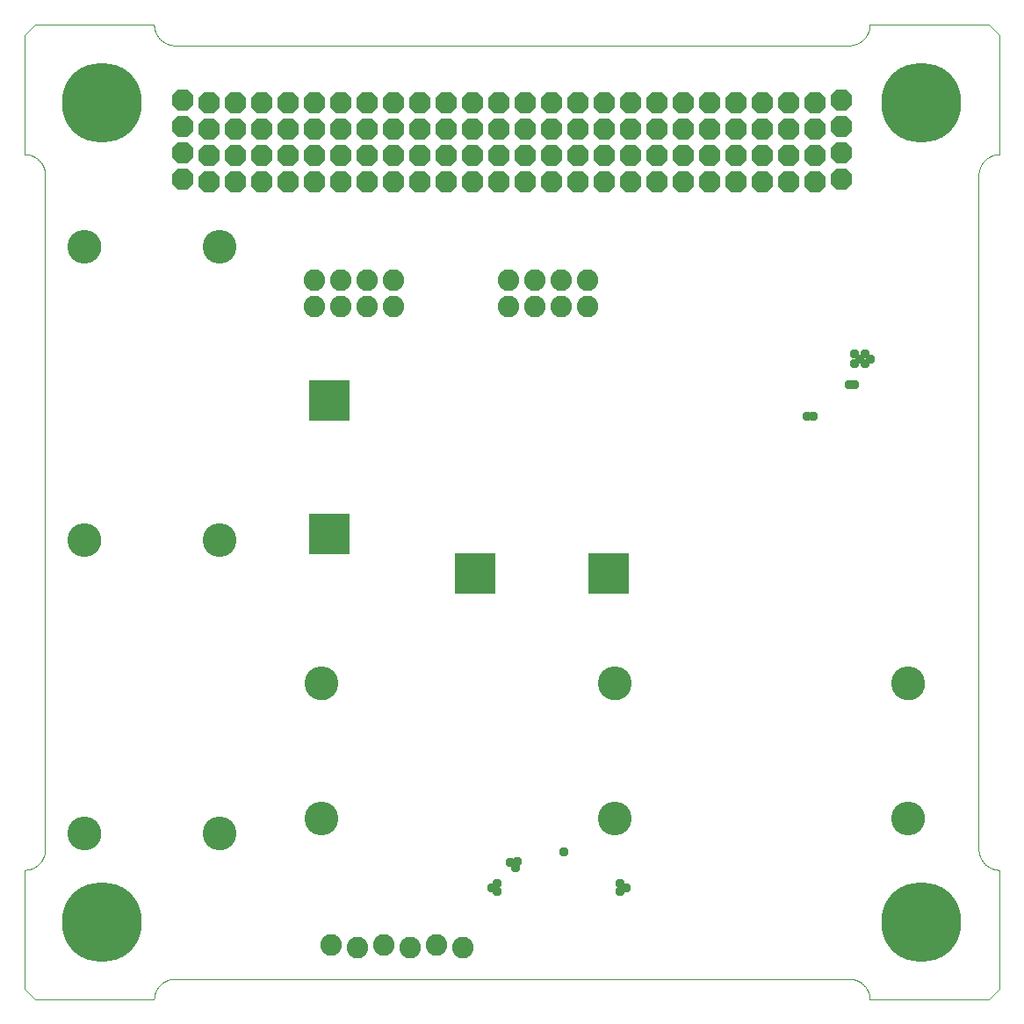
<source format=gbs>
G75*
%MOIN*%
%OFA0B0*%
%FSLAX25Y25*%
%IPPOS*%
%LPD*%
%AMOC8*
5,1,8,0,0,1.08239X$1,22.5*
%
%ADD10OC8,0.08200*%
%ADD11C,0.00000*%
%ADD12C,0.30328*%
%ADD13C,0.12808*%
%ADD14R,0.15800X0.15800*%
%ADD15C,0.08200*%
%ADD16C,0.03778*%
D10*
X0157904Y0398415D03*
X0147904Y0399415D03*
X0157904Y0408415D03*
X0147904Y0409415D03*
X0147904Y0419415D03*
X0157904Y0418415D03*
X0167904Y0418415D03*
X0177904Y0418415D03*
X0187904Y0418415D03*
X0197904Y0418415D03*
X0207904Y0418415D03*
X0217904Y0418415D03*
X0227904Y0418415D03*
X0237904Y0418415D03*
X0247904Y0418415D03*
X0257904Y0418415D03*
X0267904Y0418415D03*
X0277904Y0418415D03*
X0287904Y0418415D03*
X0297904Y0418415D03*
X0307904Y0418415D03*
X0317904Y0418415D03*
X0327904Y0418415D03*
X0337904Y0418415D03*
X0347904Y0418415D03*
X0357904Y0418415D03*
X0367904Y0418415D03*
X0377904Y0418415D03*
X0387904Y0418415D03*
X0397904Y0419415D03*
X0397904Y0409415D03*
X0387904Y0408415D03*
X0397904Y0399415D03*
X0387904Y0398415D03*
X0377904Y0398415D03*
X0377904Y0408415D03*
X0367904Y0408415D03*
X0367904Y0398415D03*
X0357904Y0398415D03*
X0357904Y0408415D03*
X0347904Y0408415D03*
X0347904Y0398415D03*
X0337904Y0398415D03*
X0327904Y0398415D03*
X0327904Y0408415D03*
X0337904Y0408415D03*
X0317904Y0408415D03*
X0317904Y0398415D03*
X0307904Y0398415D03*
X0307904Y0408415D03*
X0297904Y0408415D03*
X0297904Y0398415D03*
X0287904Y0398415D03*
X0287904Y0408415D03*
X0277904Y0408415D03*
X0267904Y0408415D03*
X0267904Y0398415D03*
X0277904Y0398415D03*
X0257904Y0398415D03*
X0257904Y0408415D03*
X0247904Y0408415D03*
X0247904Y0398415D03*
X0237904Y0398415D03*
X0237904Y0408415D03*
X0227904Y0408415D03*
X0227904Y0398415D03*
X0217904Y0398415D03*
X0207904Y0398415D03*
X0207904Y0408415D03*
X0217904Y0408415D03*
X0197904Y0408415D03*
X0197904Y0398415D03*
X0187904Y0398415D03*
X0187904Y0408415D03*
X0177904Y0408415D03*
X0177904Y0398415D03*
X0167904Y0398415D03*
X0167904Y0408415D03*
X0167904Y0428415D03*
X0177904Y0428415D03*
X0187904Y0428415D03*
X0197904Y0428415D03*
X0207904Y0428415D03*
X0217904Y0428415D03*
X0227904Y0428415D03*
X0237904Y0428415D03*
X0247904Y0428415D03*
X0257904Y0428415D03*
X0267904Y0428415D03*
X0277904Y0428415D03*
X0287904Y0428415D03*
X0297904Y0428415D03*
X0307904Y0428415D03*
X0317904Y0428415D03*
X0327904Y0428415D03*
X0337904Y0428415D03*
X0347904Y0428415D03*
X0357904Y0428415D03*
X0367904Y0428415D03*
X0377904Y0428415D03*
X0387904Y0428415D03*
X0397904Y0429415D03*
X0157904Y0428415D03*
X0147904Y0429415D03*
D11*
X0087864Y0091801D02*
X0091801Y0087864D01*
X0137077Y0087864D01*
X0137079Y0088054D01*
X0137086Y0088244D01*
X0137098Y0088434D01*
X0137114Y0088624D01*
X0137134Y0088813D01*
X0137160Y0089002D01*
X0137189Y0089190D01*
X0137224Y0089377D01*
X0137263Y0089563D01*
X0137306Y0089748D01*
X0137354Y0089933D01*
X0137406Y0090116D01*
X0137462Y0090297D01*
X0137523Y0090477D01*
X0137589Y0090656D01*
X0137658Y0090833D01*
X0137732Y0091009D01*
X0137810Y0091182D01*
X0137893Y0091354D01*
X0137979Y0091523D01*
X0138069Y0091691D01*
X0138164Y0091856D01*
X0138262Y0092019D01*
X0138365Y0092179D01*
X0138471Y0092337D01*
X0138581Y0092492D01*
X0138694Y0092645D01*
X0138812Y0092795D01*
X0138933Y0092941D01*
X0139057Y0093085D01*
X0139185Y0093226D01*
X0139316Y0093364D01*
X0139451Y0093499D01*
X0139589Y0093630D01*
X0139730Y0093758D01*
X0139874Y0093882D01*
X0140020Y0094003D01*
X0140170Y0094121D01*
X0140323Y0094234D01*
X0140478Y0094344D01*
X0140636Y0094450D01*
X0140796Y0094553D01*
X0140959Y0094651D01*
X0141124Y0094746D01*
X0141292Y0094836D01*
X0141461Y0094922D01*
X0141633Y0095005D01*
X0141806Y0095083D01*
X0141982Y0095157D01*
X0142159Y0095226D01*
X0142338Y0095292D01*
X0142518Y0095353D01*
X0142699Y0095409D01*
X0142882Y0095461D01*
X0143067Y0095509D01*
X0143252Y0095552D01*
X0143438Y0095591D01*
X0143625Y0095626D01*
X0143813Y0095655D01*
X0144002Y0095681D01*
X0144191Y0095701D01*
X0144381Y0095717D01*
X0144571Y0095729D01*
X0144761Y0095736D01*
X0144951Y0095738D01*
X0400856Y0095738D01*
X0401046Y0095736D01*
X0401236Y0095729D01*
X0401426Y0095717D01*
X0401616Y0095701D01*
X0401805Y0095681D01*
X0401994Y0095655D01*
X0402182Y0095626D01*
X0402369Y0095591D01*
X0402555Y0095552D01*
X0402740Y0095509D01*
X0402925Y0095461D01*
X0403108Y0095409D01*
X0403289Y0095353D01*
X0403469Y0095292D01*
X0403648Y0095226D01*
X0403825Y0095157D01*
X0404001Y0095083D01*
X0404174Y0095005D01*
X0404346Y0094922D01*
X0404515Y0094836D01*
X0404683Y0094746D01*
X0404848Y0094651D01*
X0405011Y0094553D01*
X0405171Y0094450D01*
X0405329Y0094344D01*
X0405484Y0094234D01*
X0405637Y0094121D01*
X0405787Y0094003D01*
X0405933Y0093882D01*
X0406077Y0093758D01*
X0406218Y0093630D01*
X0406356Y0093499D01*
X0406491Y0093364D01*
X0406622Y0093226D01*
X0406750Y0093085D01*
X0406874Y0092941D01*
X0406995Y0092795D01*
X0407113Y0092645D01*
X0407226Y0092492D01*
X0407336Y0092337D01*
X0407442Y0092179D01*
X0407545Y0092019D01*
X0407643Y0091856D01*
X0407738Y0091691D01*
X0407828Y0091523D01*
X0407914Y0091354D01*
X0407997Y0091182D01*
X0408075Y0091009D01*
X0408149Y0090833D01*
X0408218Y0090656D01*
X0408284Y0090477D01*
X0408345Y0090297D01*
X0408401Y0090116D01*
X0408453Y0089933D01*
X0408501Y0089748D01*
X0408544Y0089563D01*
X0408583Y0089377D01*
X0408618Y0089190D01*
X0408647Y0089002D01*
X0408673Y0088813D01*
X0408693Y0088624D01*
X0408709Y0088434D01*
X0408721Y0088244D01*
X0408728Y0088054D01*
X0408730Y0087864D01*
X0454006Y0087864D01*
X0457943Y0091801D01*
X0457943Y0137077D01*
X0457753Y0137079D01*
X0457563Y0137086D01*
X0457373Y0137098D01*
X0457183Y0137114D01*
X0456994Y0137134D01*
X0456805Y0137160D01*
X0456617Y0137189D01*
X0456430Y0137224D01*
X0456244Y0137263D01*
X0456059Y0137306D01*
X0455874Y0137354D01*
X0455691Y0137406D01*
X0455510Y0137462D01*
X0455330Y0137523D01*
X0455151Y0137589D01*
X0454974Y0137658D01*
X0454798Y0137732D01*
X0454625Y0137810D01*
X0454453Y0137893D01*
X0454284Y0137979D01*
X0454116Y0138069D01*
X0453951Y0138164D01*
X0453788Y0138262D01*
X0453628Y0138365D01*
X0453470Y0138471D01*
X0453315Y0138581D01*
X0453162Y0138694D01*
X0453012Y0138812D01*
X0452866Y0138933D01*
X0452722Y0139057D01*
X0452581Y0139185D01*
X0452443Y0139316D01*
X0452308Y0139451D01*
X0452177Y0139589D01*
X0452049Y0139730D01*
X0451925Y0139874D01*
X0451804Y0140020D01*
X0451686Y0140170D01*
X0451573Y0140323D01*
X0451463Y0140478D01*
X0451357Y0140636D01*
X0451254Y0140796D01*
X0451156Y0140959D01*
X0451061Y0141124D01*
X0450971Y0141292D01*
X0450885Y0141461D01*
X0450802Y0141633D01*
X0450724Y0141806D01*
X0450650Y0141982D01*
X0450581Y0142159D01*
X0450515Y0142338D01*
X0450454Y0142518D01*
X0450398Y0142699D01*
X0450346Y0142882D01*
X0450298Y0143067D01*
X0450255Y0143252D01*
X0450216Y0143438D01*
X0450181Y0143625D01*
X0450152Y0143813D01*
X0450126Y0144002D01*
X0450106Y0144191D01*
X0450090Y0144381D01*
X0450078Y0144571D01*
X0450071Y0144761D01*
X0450069Y0144951D01*
X0450069Y0400856D01*
X0450071Y0401046D01*
X0450078Y0401236D01*
X0450090Y0401426D01*
X0450106Y0401616D01*
X0450126Y0401805D01*
X0450152Y0401994D01*
X0450181Y0402182D01*
X0450216Y0402369D01*
X0450255Y0402555D01*
X0450298Y0402740D01*
X0450346Y0402925D01*
X0450398Y0403108D01*
X0450454Y0403289D01*
X0450515Y0403469D01*
X0450581Y0403648D01*
X0450650Y0403825D01*
X0450724Y0404001D01*
X0450802Y0404174D01*
X0450885Y0404346D01*
X0450971Y0404515D01*
X0451061Y0404683D01*
X0451156Y0404848D01*
X0451254Y0405011D01*
X0451357Y0405171D01*
X0451463Y0405329D01*
X0451573Y0405484D01*
X0451686Y0405637D01*
X0451804Y0405787D01*
X0451925Y0405933D01*
X0452049Y0406077D01*
X0452177Y0406218D01*
X0452308Y0406356D01*
X0452443Y0406491D01*
X0452581Y0406622D01*
X0452722Y0406750D01*
X0452866Y0406874D01*
X0453012Y0406995D01*
X0453162Y0407113D01*
X0453315Y0407226D01*
X0453470Y0407336D01*
X0453628Y0407442D01*
X0453788Y0407545D01*
X0453951Y0407643D01*
X0454116Y0407738D01*
X0454284Y0407828D01*
X0454453Y0407914D01*
X0454625Y0407997D01*
X0454798Y0408075D01*
X0454974Y0408149D01*
X0455151Y0408218D01*
X0455330Y0408284D01*
X0455510Y0408345D01*
X0455691Y0408401D01*
X0455874Y0408453D01*
X0456059Y0408501D01*
X0456244Y0408544D01*
X0456430Y0408583D01*
X0456617Y0408618D01*
X0456805Y0408647D01*
X0456994Y0408673D01*
X0457183Y0408693D01*
X0457373Y0408709D01*
X0457563Y0408721D01*
X0457753Y0408728D01*
X0457943Y0408730D01*
X0457943Y0454006D01*
X0454006Y0457943D01*
X0408730Y0457943D01*
X0408728Y0457753D01*
X0408721Y0457563D01*
X0408709Y0457373D01*
X0408693Y0457183D01*
X0408673Y0456994D01*
X0408647Y0456805D01*
X0408618Y0456617D01*
X0408583Y0456430D01*
X0408544Y0456244D01*
X0408501Y0456059D01*
X0408453Y0455874D01*
X0408401Y0455691D01*
X0408345Y0455510D01*
X0408284Y0455330D01*
X0408218Y0455151D01*
X0408149Y0454974D01*
X0408075Y0454798D01*
X0407997Y0454625D01*
X0407914Y0454453D01*
X0407828Y0454284D01*
X0407738Y0454116D01*
X0407643Y0453951D01*
X0407545Y0453788D01*
X0407442Y0453628D01*
X0407336Y0453470D01*
X0407226Y0453315D01*
X0407113Y0453162D01*
X0406995Y0453012D01*
X0406874Y0452866D01*
X0406750Y0452722D01*
X0406622Y0452581D01*
X0406491Y0452443D01*
X0406356Y0452308D01*
X0406218Y0452177D01*
X0406077Y0452049D01*
X0405933Y0451925D01*
X0405787Y0451804D01*
X0405637Y0451686D01*
X0405484Y0451573D01*
X0405329Y0451463D01*
X0405171Y0451357D01*
X0405011Y0451254D01*
X0404848Y0451156D01*
X0404683Y0451061D01*
X0404515Y0450971D01*
X0404346Y0450885D01*
X0404174Y0450802D01*
X0404001Y0450724D01*
X0403825Y0450650D01*
X0403648Y0450581D01*
X0403469Y0450515D01*
X0403289Y0450454D01*
X0403108Y0450398D01*
X0402925Y0450346D01*
X0402740Y0450298D01*
X0402555Y0450255D01*
X0402369Y0450216D01*
X0402182Y0450181D01*
X0401994Y0450152D01*
X0401805Y0450126D01*
X0401616Y0450106D01*
X0401426Y0450090D01*
X0401236Y0450078D01*
X0401046Y0450071D01*
X0400856Y0450069D01*
X0144951Y0450069D01*
X0144761Y0450071D01*
X0144571Y0450078D01*
X0144381Y0450090D01*
X0144191Y0450106D01*
X0144002Y0450126D01*
X0143813Y0450152D01*
X0143625Y0450181D01*
X0143438Y0450216D01*
X0143252Y0450255D01*
X0143067Y0450298D01*
X0142882Y0450346D01*
X0142699Y0450398D01*
X0142518Y0450454D01*
X0142338Y0450515D01*
X0142159Y0450581D01*
X0141982Y0450650D01*
X0141806Y0450724D01*
X0141633Y0450802D01*
X0141461Y0450885D01*
X0141292Y0450971D01*
X0141124Y0451061D01*
X0140959Y0451156D01*
X0140796Y0451254D01*
X0140636Y0451357D01*
X0140478Y0451463D01*
X0140323Y0451573D01*
X0140170Y0451686D01*
X0140020Y0451804D01*
X0139874Y0451925D01*
X0139730Y0452049D01*
X0139589Y0452177D01*
X0139451Y0452308D01*
X0139316Y0452443D01*
X0139185Y0452581D01*
X0139057Y0452722D01*
X0138933Y0452866D01*
X0138812Y0453012D01*
X0138694Y0453162D01*
X0138581Y0453315D01*
X0138471Y0453470D01*
X0138365Y0453628D01*
X0138262Y0453788D01*
X0138164Y0453951D01*
X0138069Y0454116D01*
X0137979Y0454284D01*
X0137893Y0454453D01*
X0137810Y0454625D01*
X0137732Y0454798D01*
X0137658Y0454974D01*
X0137589Y0455151D01*
X0137523Y0455330D01*
X0137462Y0455510D01*
X0137406Y0455691D01*
X0137354Y0455874D01*
X0137306Y0456059D01*
X0137263Y0456244D01*
X0137224Y0456430D01*
X0137189Y0456617D01*
X0137160Y0456805D01*
X0137134Y0456994D01*
X0137114Y0457183D01*
X0137098Y0457373D01*
X0137086Y0457563D01*
X0137079Y0457753D01*
X0137077Y0457943D01*
X0091801Y0457943D01*
X0087864Y0454006D01*
X0087864Y0408730D01*
X0088054Y0408728D01*
X0088244Y0408721D01*
X0088434Y0408709D01*
X0088624Y0408693D01*
X0088813Y0408673D01*
X0089002Y0408647D01*
X0089190Y0408618D01*
X0089377Y0408583D01*
X0089563Y0408544D01*
X0089748Y0408501D01*
X0089933Y0408453D01*
X0090116Y0408401D01*
X0090297Y0408345D01*
X0090477Y0408284D01*
X0090656Y0408218D01*
X0090833Y0408149D01*
X0091009Y0408075D01*
X0091182Y0407997D01*
X0091354Y0407914D01*
X0091523Y0407828D01*
X0091691Y0407738D01*
X0091856Y0407643D01*
X0092019Y0407545D01*
X0092179Y0407442D01*
X0092337Y0407336D01*
X0092492Y0407226D01*
X0092645Y0407113D01*
X0092795Y0406995D01*
X0092941Y0406874D01*
X0093085Y0406750D01*
X0093226Y0406622D01*
X0093364Y0406491D01*
X0093499Y0406356D01*
X0093630Y0406218D01*
X0093758Y0406077D01*
X0093882Y0405933D01*
X0094003Y0405787D01*
X0094121Y0405637D01*
X0094234Y0405484D01*
X0094344Y0405329D01*
X0094450Y0405171D01*
X0094553Y0405011D01*
X0094651Y0404848D01*
X0094746Y0404683D01*
X0094836Y0404515D01*
X0094922Y0404346D01*
X0095005Y0404174D01*
X0095083Y0404001D01*
X0095157Y0403825D01*
X0095226Y0403648D01*
X0095292Y0403469D01*
X0095353Y0403289D01*
X0095409Y0403108D01*
X0095461Y0402925D01*
X0095509Y0402740D01*
X0095552Y0402555D01*
X0095591Y0402369D01*
X0095626Y0402182D01*
X0095655Y0401994D01*
X0095681Y0401805D01*
X0095701Y0401616D01*
X0095717Y0401426D01*
X0095729Y0401236D01*
X0095736Y0401046D01*
X0095738Y0400856D01*
X0095738Y0144951D01*
X0095736Y0144761D01*
X0095729Y0144571D01*
X0095717Y0144381D01*
X0095701Y0144191D01*
X0095681Y0144002D01*
X0095655Y0143813D01*
X0095626Y0143625D01*
X0095591Y0143438D01*
X0095552Y0143252D01*
X0095509Y0143067D01*
X0095461Y0142882D01*
X0095409Y0142699D01*
X0095353Y0142518D01*
X0095292Y0142338D01*
X0095226Y0142159D01*
X0095157Y0141982D01*
X0095083Y0141806D01*
X0095005Y0141633D01*
X0094922Y0141461D01*
X0094836Y0141292D01*
X0094746Y0141124D01*
X0094651Y0140959D01*
X0094553Y0140796D01*
X0094450Y0140636D01*
X0094344Y0140478D01*
X0094234Y0140323D01*
X0094121Y0140170D01*
X0094003Y0140020D01*
X0093882Y0139874D01*
X0093758Y0139730D01*
X0093630Y0139589D01*
X0093499Y0139451D01*
X0093364Y0139316D01*
X0093226Y0139185D01*
X0093085Y0139057D01*
X0092941Y0138933D01*
X0092795Y0138812D01*
X0092645Y0138694D01*
X0092492Y0138581D01*
X0092337Y0138471D01*
X0092179Y0138365D01*
X0092019Y0138262D01*
X0091856Y0138164D01*
X0091691Y0138069D01*
X0091523Y0137979D01*
X0091354Y0137893D01*
X0091182Y0137810D01*
X0091009Y0137732D01*
X0090833Y0137658D01*
X0090656Y0137589D01*
X0090477Y0137523D01*
X0090297Y0137462D01*
X0090116Y0137406D01*
X0089933Y0137354D01*
X0089748Y0137306D01*
X0089563Y0137263D01*
X0089377Y0137224D01*
X0089190Y0137189D01*
X0089002Y0137160D01*
X0088813Y0137134D01*
X0088624Y0137114D01*
X0088434Y0137098D01*
X0088244Y0137086D01*
X0088054Y0137079D01*
X0087864Y0137077D01*
X0087864Y0091801D01*
X0104679Y0150939D02*
X0104681Y0151094D01*
X0104687Y0151248D01*
X0104697Y0151402D01*
X0104711Y0151556D01*
X0104729Y0151710D01*
X0104751Y0151863D01*
X0104776Y0152015D01*
X0104806Y0152167D01*
X0104840Y0152318D01*
X0104877Y0152468D01*
X0104918Y0152617D01*
X0104963Y0152765D01*
X0105012Y0152912D01*
X0105065Y0153057D01*
X0105121Y0153201D01*
X0105181Y0153343D01*
X0105245Y0153484D01*
X0105312Y0153623D01*
X0105383Y0153761D01*
X0105458Y0153896D01*
X0105536Y0154030D01*
X0105617Y0154161D01*
X0105702Y0154291D01*
X0105790Y0154418D01*
X0105881Y0154543D01*
X0105975Y0154665D01*
X0106073Y0154785D01*
X0106173Y0154903D01*
X0106277Y0155017D01*
X0106383Y0155129D01*
X0106493Y0155239D01*
X0106605Y0155345D01*
X0106719Y0155449D01*
X0106837Y0155549D01*
X0106957Y0155647D01*
X0107079Y0155741D01*
X0107204Y0155832D01*
X0107331Y0155920D01*
X0107461Y0156005D01*
X0107592Y0156086D01*
X0107726Y0156164D01*
X0107861Y0156239D01*
X0107999Y0156310D01*
X0108138Y0156377D01*
X0108279Y0156441D01*
X0108421Y0156501D01*
X0108565Y0156557D01*
X0108710Y0156610D01*
X0108857Y0156659D01*
X0109005Y0156704D01*
X0109154Y0156745D01*
X0109304Y0156782D01*
X0109455Y0156816D01*
X0109607Y0156846D01*
X0109759Y0156871D01*
X0109912Y0156893D01*
X0110066Y0156911D01*
X0110220Y0156925D01*
X0110374Y0156935D01*
X0110528Y0156941D01*
X0110683Y0156943D01*
X0110838Y0156941D01*
X0110992Y0156935D01*
X0111146Y0156925D01*
X0111300Y0156911D01*
X0111454Y0156893D01*
X0111607Y0156871D01*
X0111759Y0156846D01*
X0111911Y0156816D01*
X0112062Y0156782D01*
X0112212Y0156745D01*
X0112361Y0156704D01*
X0112509Y0156659D01*
X0112656Y0156610D01*
X0112801Y0156557D01*
X0112945Y0156501D01*
X0113087Y0156441D01*
X0113228Y0156377D01*
X0113367Y0156310D01*
X0113505Y0156239D01*
X0113640Y0156164D01*
X0113774Y0156086D01*
X0113905Y0156005D01*
X0114035Y0155920D01*
X0114162Y0155832D01*
X0114287Y0155741D01*
X0114409Y0155647D01*
X0114529Y0155549D01*
X0114647Y0155449D01*
X0114761Y0155345D01*
X0114873Y0155239D01*
X0114983Y0155129D01*
X0115089Y0155017D01*
X0115193Y0154903D01*
X0115293Y0154785D01*
X0115391Y0154665D01*
X0115485Y0154543D01*
X0115576Y0154418D01*
X0115664Y0154291D01*
X0115749Y0154161D01*
X0115830Y0154030D01*
X0115908Y0153896D01*
X0115983Y0153761D01*
X0116054Y0153623D01*
X0116121Y0153484D01*
X0116185Y0153343D01*
X0116245Y0153201D01*
X0116301Y0153057D01*
X0116354Y0152912D01*
X0116403Y0152765D01*
X0116448Y0152617D01*
X0116489Y0152468D01*
X0116526Y0152318D01*
X0116560Y0152167D01*
X0116590Y0152015D01*
X0116615Y0151863D01*
X0116637Y0151710D01*
X0116655Y0151556D01*
X0116669Y0151402D01*
X0116679Y0151248D01*
X0116685Y0151094D01*
X0116687Y0150939D01*
X0116685Y0150784D01*
X0116679Y0150630D01*
X0116669Y0150476D01*
X0116655Y0150322D01*
X0116637Y0150168D01*
X0116615Y0150015D01*
X0116590Y0149863D01*
X0116560Y0149711D01*
X0116526Y0149560D01*
X0116489Y0149410D01*
X0116448Y0149261D01*
X0116403Y0149113D01*
X0116354Y0148966D01*
X0116301Y0148821D01*
X0116245Y0148677D01*
X0116185Y0148535D01*
X0116121Y0148394D01*
X0116054Y0148255D01*
X0115983Y0148117D01*
X0115908Y0147982D01*
X0115830Y0147848D01*
X0115749Y0147717D01*
X0115664Y0147587D01*
X0115576Y0147460D01*
X0115485Y0147335D01*
X0115391Y0147213D01*
X0115293Y0147093D01*
X0115193Y0146975D01*
X0115089Y0146861D01*
X0114983Y0146749D01*
X0114873Y0146639D01*
X0114761Y0146533D01*
X0114647Y0146429D01*
X0114529Y0146329D01*
X0114409Y0146231D01*
X0114287Y0146137D01*
X0114162Y0146046D01*
X0114035Y0145958D01*
X0113905Y0145873D01*
X0113774Y0145792D01*
X0113640Y0145714D01*
X0113505Y0145639D01*
X0113367Y0145568D01*
X0113228Y0145501D01*
X0113087Y0145437D01*
X0112945Y0145377D01*
X0112801Y0145321D01*
X0112656Y0145268D01*
X0112509Y0145219D01*
X0112361Y0145174D01*
X0112212Y0145133D01*
X0112062Y0145096D01*
X0111911Y0145062D01*
X0111759Y0145032D01*
X0111607Y0145007D01*
X0111454Y0144985D01*
X0111300Y0144967D01*
X0111146Y0144953D01*
X0110992Y0144943D01*
X0110838Y0144937D01*
X0110683Y0144935D01*
X0110528Y0144937D01*
X0110374Y0144943D01*
X0110220Y0144953D01*
X0110066Y0144967D01*
X0109912Y0144985D01*
X0109759Y0145007D01*
X0109607Y0145032D01*
X0109455Y0145062D01*
X0109304Y0145096D01*
X0109154Y0145133D01*
X0109005Y0145174D01*
X0108857Y0145219D01*
X0108710Y0145268D01*
X0108565Y0145321D01*
X0108421Y0145377D01*
X0108279Y0145437D01*
X0108138Y0145501D01*
X0107999Y0145568D01*
X0107861Y0145639D01*
X0107726Y0145714D01*
X0107592Y0145792D01*
X0107461Y0145873D01*
X0107331Y0145958D01*
X0107204Y0146046D01*
X0107079Y0146137D01*
X0106957Y0146231D01*
X0106837Y0146329D01*
X0106719Y0146429D01*
X0106605Y0146533D01*
X0106493Y0146639D01*
X0106383Y0146749D01*
X0106277Y0146861D01*
X0106173Y0146975D01*
X0106073Y0147093D01*
X0105975Y0147213D01*
X0105881Y0147335D01*
X0105790Y0147460D01*
X0105702Y0147587D01*
X0105617Y0147717D01*
X0105536Y0147848D01*
X0105458Y0147982D01*
X0105383Y0148117D01*
X0105312Y0148255D01*
X0105245Y0148394D01*
X0105181Y0148535D01*
X0105121Y0148677D01*
X0105065Y0148821D01*
X0105012Y0148966D01*
X0104963Y0149113D01*
X0104918Y0149261D01*
X0104877Y0149410D01*
X0104840Y0149560D01*
X0104806Y0149711D01*
X0104776Y0149863D01*
X0104751Y0150015D01*
X0104729Y0150168D01*
X0104711Y0150322D01*
X0104697Y0150476D01*
X0104687Y0150630D01*
X0104681Y0150784D01*
X0104679Y0150939D01*
X0155860Y0150939D02*
X0155862Y0151094D01*
X0155868Y0151248D01*
X0155878Y0151402D01*
X0155892Y0151556D01*
X0155910Y0151710D01*
X0155932Y0151863D01*
X0155957Y0152015D01*
X0155987Y0152167D01*
X0156021Y0152318D01*
X0156058Y0152468D01*
X0156099Y0152617D01*
X0156144Y0152765D01*
X0156193Y0152912D01*
X0156246Y0153057D01*
X0156302Y0153201D01*
X0156362Y0153343D01*
X0156426Y0153484D01*
X0156493Y0153623D01*
X0156564Y0153761D01*
X0156639Y0153896D01*
X0156717Y0154030D01*
X0156798Y0154161D01*
X0156883Y0154291D01*
X0156971Y0154418D01*
X0157062Y0154543D01*
X0157156Y0154665D01*
X0157254Y0154785D01*
X0157354Y0154903D01*
X0157458Y0155017D01*
X0157564Y0155129D01*
X0157674Y0155239D01*
X0157786Y0155345D01*
X0157900Y0155449D01*
X0158018Y0155549D01*
X0158138Y0155647D01*
X0158260Y0155741D01*
X0158385Y0155832D01*
X0158512Y0155920D01*
X0158642Y0156005D01*
X0158773Y0156086D01*
X0158907Y0156164D01*
X0159042Y0156239D01*
X0159180Y0156310D01*
X0159319Y0156377D01*
X0159460Y0156441D01*
X0159602Y0156501D01*
X0159746Y0156557D01*
X0159891Y0156610D01*
X0160038Y0156659D01*
X0160186Y0156704D01*
X0160335Y0156745D01*
X0160485Y0156782D01*
X0160636Y0156816D01*
X0160788Y0156846D01*
X0160940Y0156871D01*
X0161093Y0156893D01*
X0161247Y0156911D01*
X0161401Y0156925D01*
X0161555Y0156935D01*
X0161709Y0156941D01*
X0161864Y0156943D01*
X0162019Y0156941D01*
X0162173Y0156935D01*
X0162327Y0156925D01*
X0162481Y0156911D01*
X0162635Y0156893D01*
X0162788Y0156871D01*
X0162940Y0156846D01*
X0163092Y0156816D01*
X0163243Y0156782D01*
X0163393Y0156745D01*
X0163542Y0156704D01*
X0163690Y0156659D01*
X0163837Y0156610D01*
X0163982Y0156557D01*
X0164126Y0156501D01*
X0164268Y0156441D01*
X0164409Y0156377D01*
X0164548Y0156310D01*
X0164686Y0156239D01*
X0164821Y0156164D01*
X0164955Y0156086D01*
X0165086Y0156005D01*
X0165216Y0155920D01*
X0165343Y0155832D01*
X0165468Y0155741D01*
X0165590Y0155647D01*
X0165710Y0155549D01*
X0165828Y0155449D01*
X0165942Y0155345D01*
X0166054Y0155239D01*
X0166164Y0155129D01*
X0166270Y0155017D01*
X0166374Y0154903D01*
X0166474Y0154785D01*
X0166572Y0154665D01*
X0166666Y0154543D01*
X0166757Y0154418D01*
X0166845Y0154291D01*
X0166930Y0154161D01*
X0167011Y0154030D01*
X0167089Y0153896D01*
X0167164Y0153761D01*
X0167235Y0153623D01*
X0167302Y0153484D01*
X0167366Y0153343D01*
X0167426Y0153201D01*
X0167482Y0153057D01*
X0167535Y0152912D01*
X0167584Y0152765D01*
X0167629Y0152617D01*
X0167670Y0152468D01*
X0167707Y0152318D01*
X0167741Y0152167D01*
X0167771Y0152015D01*
X0167796Y0151863D01*
X0167818Y0151710D01*
X0167836Y0151556D01*
X0167850Y0151402D01*
X0167860Y0151248D01*
X0167866Y0151094D01*
X0167868Y0150939D01*
X0167866Y0150784D01*
X0167860Y0150630D01*
X0167850Y0150476D01*
X0167836Y0150322D01*
X0167818Y0150168D01*
X0167796Y0150015D01*
X0167771Y0149863D01*
X0167741Y0149711D01*
X0167707Y0149560D01*
X0167670Y0149410D01*
X0167629Y0149261D01*
X0167584Y0149113D01*
X0167535Y0148966D01*
X0167482Y0148821D01*
X0167426Y0148677D01*
X0167366Y0148535D01*
X0167302Y0148394D01*
X0167235Y0148255D01*
X0167164Y0148117D01*
X0167089Y0147982D01*
X0167011Y0147848D01*
X0166930Y0147717D01*
X0166845Y0147587D01*
X0166757Y0147460D01*
X0166666Y0147335D01*
X0166572Y0147213D01*
X0166474Y0147093D01*
X0166374Y0146975D01*
X0166270Y0146861D01*
X0166164Y0146749D01*
X0166054Y0146639D01*
X0165942Y0146533D01*
X0165828Y0146429D01*
X0165710Y0146329D01*
X0165590Y0146231D01*
X0165468Y0146137D01*
X0165343Y0146046D01*
X0165216Y0145958D01*
X0165086Y0145873D01*
X0164955Y0145792D01*
X0164821Y0145714D01*
X0164686Y0145639D01*
X0164548Y0145568D01*
X0164409Y0145501D01*
X0164268Y0145437D01*
X0164126Y0145377D01*
X0163982Y0145321D01*
X0163837Y0145268D01*
X0163690Y0145219D01*
X0163542Y0145174D01*
X0163393Y0145133D01*
X0163243Y0145096D01*
X0163092Y0145062D01*
X0162940Y0145032D01*
X0162788Y0145007D01*
X0162635Y0144985D01*
X0162481Y0144967D01*
X0162327Y0144953D01*
X0162173Y0144943D01*
X0162019Y0144937D01*
X0161864Y0144935D01*
X0161709Y0144937D01*
X0161555Y0144943D01*
X0161401Y0144953D01*
X0161247Y0144967D01*
X0161093Y0144985D01*
X0160940Y0145007D01*
X0160788Y0145032D01*
X0160636Y0145062D01*
X0160485Y0145096D01*
X0160335Y0145133D01*
X0160186Y0145174D01*
X0160038Y0145219D01*
X0159891Y0145268D01*
X0159746Y0145321D01*
X0159602Y0145377D01*
X0159460Y0145437D01*
X0159319Y0145501D01*
X0159180Y0145568D01*
X0159042Y0145639D01*
X0158907Y0145714D01*
X0158773Y0145792D01*
X0158642Y0145873D01*
X0158512Y0145958D01*
X0158385Y0146046D01*
X0158260Y0146137D01*
X0158138Y0146231D01*
X0158018Y0146329D01*
X0157900Y0146429D01*
X0157786Y0146533D01*
X0157674Y0146639D01*
X0157564Y0146749D01*
X0157458Y0146861D01*
X0157354Y0146975D01*
X0157254Y0147093D01*
X0157156Y0147213D01*
X0157062Y0147335D01*
X0156971Y0147460D01*
X0156883Y0147587D01*
X0156798Y0147717D01*
X0156717Y0147848D01*
X0156639Y0147982D01*
X0156564Y0148117D01*
X0156493Y0148255D01*
X0156426Y0148394D01*
X0156362Y0148535D01*
X0156302Y0148677D01*
X0156246Y0148821D01*
X0156193Y0148966D01*
X0156144Y0149113D01*
X0156099Y0149261D01*
X0156058Y0149410D01*
X0156021Y0149560D01*
X0155987Y0149711D01*
X0155957Y0149863D01*
X0155932Y0150015D01*
X0155910Y0150168D01*
X0155892Y0150322D01*
X0155878Y0150476D01*
X0155868Y0150630D01*
X0155862Y0150784D01*
X0155860Y0150939D01*
X0194466Y0156683D02*
X0194468Y0156838D01*
X0194474Y0156992D01*
X0194484Y0157146D01*
X0194498Y0157300D01*
X0194516Y0157454D01*
X0194538Y0157607D01*
X0194563Y0157759D01*
X0194593Y0157911D01*
X0194627Y0158062D01*
X0194664Y0158212D01*
X0194705Y0158361D01*
X0194750Y0158509D01*
X0194799Y0158656D01*
X0194852Y0158801D01*
X0194908Y0158945D01*
X0194968Y0159087D01*
X0195032Y0159228D01*
X0195099Y0159367D01*
X0195170Y0159505D01*
X0195245Y0159640D01*
X0195323Y0159774D01*
X0195404Y0159905D01*
X0195489Y0160035D01*
X0195577Y0160162D01*
X0195668Y0160287D01*
X0195762Y0160409D01*
X0195860Y0160529D01*
X0195960Y0160647D01*
X0196064Y0160761D01*
X0196170Y0160873D01*
X0196280Y0160983D01*
X0196392Y0161089D01*
X0196506Y0161193D01*
X0196624Y0161293D01*
X0196744Y0161391D01*
X0196866Y0161485D01*
X0196991Y0161576D01*
X0197118Y0161664D01*
X0197248Y0161749D01*
X0197379Y0161830D01*
X0197513Y0161908D01*
X0197648Y0161983D01*
X0197786Y0162054D01*
X0197925Y0162121D01*
X0198066Y0162185D01*
X0198208Y0162245D01*
X0198352Y0162301D01*
X0198497Y0162354D01*
X0198644Y0162403D01*
X0198792Y0162448D01*
X0198941Y0162489D01*
X0199091Y0162526D01*
X0199242Y0162560D01*
X0199394Y0162590D01*
X0199546Y0162615D01*
X0199699Y0162637D01*
X0199853Y0162655D01*
X0200007Y0162669D01*
X0200161Y0162679D01*
X0200315Y0162685D01*
X0200470Y0162687D01*
X0200625Y0162685D01*
X0200779Y0162679D01*
X0200933Y0162669D01*
X0201087Y0162655D01*
X0201241Y0162637D01*
X0201394Y0162615D01*
X0201546Y0162590D01*
X0201698Y0162560D01*
X0201849Y0162526D01*
X0201999Y0162489D01*
X0202148Y0162448D01*
X0202296Y0162403D01*
X0202443Y0162354D01*
X0202588Y0162301D01*
X0202732Y0162245D01*
X0202874Y0162185D01*
X0203015Y0162121D01*
X0203154Y0162054D01*
X0203292Y0161983D01*
X0203427Y0161908D01*
X0203561Y0161830D01*
X0203692Y0161749D01*
X0203822Y0161664D01*
X0203949Y0161576D01*
X0204074Y0161485D01*
X0204196Y0161391D01*
X0204316Y0161293D01*
X0204434Y0161193D01*
X0204548Y0161089D01*
X0204660Y0160983D01*
X0204770Y0160873D01*
X0204876Y0160761D01*
X0204980Y0160647D01*
X0205080Y0160529D01*
X0205178Y0160409D01*
X0205272Y0160287D01*
X0205363Y0160162D01*
X0205451Y0160035D01*
X0205536Y0159905D01*
X0205617Y0159774D01*
X0205695Y0159640D01*
X0205770Y0159505D01*
X0205841Y0159367D01*
X0205908Y0159228D01*
X0205972Y0159087D01*
X0206032Y0158945D01*
X0206088Y0158801D01*
X0206141Y0158656D01*
X0206190Y0158509D01*
X0206235Y0158361D01*
X0206276Y0158212D01*
X0206313Y0158062D01*
X0206347Y0157911D01*
X0206377Y0157759D01*
X0206402Y0157607D01*
X0206424Y0157454D01*
X0206442Y0157300D01*
X0206456Y0157146D01*
X0206466Y0156992D01*
X0206472Y0156838D01*
X0206474Y0156683D01*
X0206472Y0156528D01*
X0206466Y0156374D01*
X0206456Y0156220D01*
X0206442Y0156066D01*
X0206424Y0155912D01*
X0206402Y0155759D01*
X0206377Y0155607D01*
X0206347Y0155455D01*
X0206313Y0155304D01*
X0206276Y0155154D01*
X0206235Y0155005D01*
X0206190Y0154857D01*
X0206141Y0154710D01*
X0206088Y0154565D01*
X0206032Y0154421D01*
X0205972Y0154279D01*
X0205908Y0154138D01*
X0205841Y0153999D01*
X0205770Y0153861D01*
X0205695Y0153726D01*
X0205617Y0153592D01*
X0205536Y0153461D01*
X0205451Y0153331D01*
X0205363Y0153204D01*
X0205272Y0153079D01*
X0205178Y0152957D01*
X0205080Y0152837D01*
X0204980Y0152719D01*
X0204876Y0152605D01*
X0204770Y0152493D01*
X0204660Y0152383D01*
X0204548Y0152277D01*
X0204434Y0152173D01*
X0204316Y0152073D01*
X0204196Y0151975D01*
X0204074Y0151881D01*
X0203949Y0151790D01*
X0203822Y0151702D01*
X0203692Y0151617D01*
X0203561Y0151536D01*
X0203427Y0151458D01*
X0203292Y0151383D01*
X0203154Y0151312D01*
X0203015Y0151245D01*
X0202874Y0151181D01*
X0202732Y0151121D01*
X0202588Y0151065D01*
X0202443Y0151012D01*
X0202296Y0150963D01*
X0202148Y0150918D01*
X0201999Y0150877D01*
X0201849Y0150840D01*
X0201698Y0150806D01*
X0201546Y0150776D01*
X0201394Y0150751D01*
X0201241Y0150729D01*
X0201087Y0150711D01*
X0200933Y0150697D01*
X0200779Y0150687D01*
X0200625Y0150681D01*
X0200470Y0150679D01*
X0200315Y0150681D01*
X0200161Y0150687D01*
X0200007Y0150697D01*
X0199853Y0150711D01*
X0199699Y0150729D01*
X0199546Y0150751D01*
X0199394Y0150776D01*
X0199242Y0150806D01*
X0199091Y0150840D01*
X0198941Y0150877D01*
X0198792Y0150918D01*
X0198644Y0150963D01*
X0198497Y0151012D01*
X0198352Y0151065D01*
X0198208Y0151121D01*
X0198066Y0151181D01*
X0197925Y0151245D01*
X0197786Y0151312D01*
X0197648Y0151383D01*
X0197513Y0151458D01*
X0197379Y0151536D01*
X0197248Y0151617D01*
X0197118Y0151702D01*
X0196991Y0151790D01*
X0196866Y0151881D01*
X0196744Y0151975D01*
X0196624Y0152073D01*
X0196506Y0152173D01*
X0196392Y0152277D01*
X0196280Y0152383D01*
X0196170Y0152493D01*
X0196064Y0152605D01*
X0195960Y0152719D01*
X0195860Y0152837D01*
X0195762Y0152957D01*
X0195668Y0153079D01*
X0195577Y0153204D01*
X0195489Y0153331D01*
X0195404Y0153461D01*
X0195323Y0153592D01*
X0195245Y0153726D01*
X0195170Y0153861D01*
X0195099Y0153999D01*
X0195032Y0154138D01*
X0194968Y0154279D01*
X0194908Y0154421D01*
X0194852Y0154565D01*
X0194799Y0154710D01*
X0194750Y0154857D01*
X0194705Y0155005D01*
X0194664Y0155154D01*
X0194627Y0155304D01*
X0194593Y0155455D01*
X0194563Y0155607D01*
X0194538Y0155759D01*
X0194516Y0155912D01*
X0194498Y0156066D01*
X0194484Y0156220D01*
X0194474Y0156374D01*
X0194468Y0156528D01*
X0194466Y0156683D01*
X0194466Y0207864D02*
X0194468Y0208019D01*
X0194474Y0208173D01*
X0194484Y0208327D01*
X0194498Y0208481D01*
X0194516Y0208635D01*
X0194538Y0208788D01*
X0194563Y0208940D01*
X0194593Y0209092D01*
X0194627Y0209243D01*
X0194664Y0209393D01*
X0194705Y0209542D01*
X0194750Y0209690D01*
X0194799Y0209837D01*
X0194852Y0209982D01*
X0194908Y0210126D01*
X0194968Y0210268D01*
X0195032Y0210409D01*
X0195099Y0210548D01*
X0195170Y0210686D01*
X0195245Y0210821D01*
X0195323Y0210955D01*
X0195404Y0211086D01*
X0195489Y0211216D01*
X0195577Y0211343D01*
X0195668Y0211468D01*
X0195762Y0211590D01*
X0195860Y0211710D01*
X0195960Y0211828D01*
X0196064Y0211942D01*
X0196170Y0212054D01*
X0196280Y0212164D01*
X0196392Y0212270D01*
X0196506Y0212374D01*
X0196624Y0212474D01*
X0196744Y0212572D01*
X0196866Y0212666D01*
X0196991Y0212757D01*
X0197118Y0212845D01*
X0197248Y0212930D01*
X0197379Y0213011D01*
X0197513Y0213089D01*
X0197648Y0213164D01*
X0197786Y0213235D01*
X0197925Y0213302D01*
X0198066Y0213366D01*
X0198208Y0213426D01*
X0198352Y0213482D01*
X0198497Y0213535D01*
X0198644Y0213584D01*
X0198792Y0213629D01*
X0198941Y0213670D01*
X0199091Y0213707D01*
X0199242Y0213741D01*
X0199394Y0213771D01*
X0199546Y0213796D01*
X0199699Y0213818D01*
X0199853Y0213836D01*
X0200007Y0213850D01*
X0200161Y0213860D01*
X0200315Y0213866D01*
X0200470Y0213868D01*
X0200625Y0213866D01*
X0200779Y0213860D01*
X0200933Y0213850D01*
X0201087Y0213836D01*
X0201241Y0213818D01*
X0201394Y0213796D01*
X0201546Y0213771D01*
X0201698Y0213741D01*
X0201849Y0213707D01*
X0201999Y0213670D01*
X0202148Y0213629D01*
X0202296Y0213584D01*
X0202443Y0213535D01*
X0202588Y0213482D01*
X0202732Y0213426D01*
X0202874Y0213366D01*
X0203015Y0213302D01*
X0203154Y0213235D01*
X0203292Y0213164D01*
X0203427Y0213089D01*
X0203561Y0213011D01*
X0203692Y0212930D01*
X0203822Y0212845D01*
X0203949Y0212757D01*
X0204074Y0212666D01*
X0204196Y0212572D01*
X0204316Y0212474D01*
X0204434Y0212374D01*
X0204548Y0212270D01*
X0204660Y0212164D01*
X0204770Y0212054D01*
X0204876Y0211942D01*
X0204980Y0211828D01*
X0205080Y0211710D01*
X0205178Y0211590D01*
X0205272Y0211468D01*
X0205363Y0211343D01*
X0205451Y0211216D01*
X0205536Y0211086D01*
X0205617Y0210955D01*
X0205695Y0210821D01*
X0205770Y0210686D01*
X0205841Y0210548D01*
X0205908Y0210409D01*
X0205972Y0210268D01*
X0206032Y0210126D01*
X0206088Y0209982D01*
X0206141Y0209837D01*
X0206190Y0209690D01*
X0206235Y0209542D01*
X0206276Y0209393D01*
X0206313Y0209243D01*
X0206347Y0209092D01*
X0206377Y0208940D01*
X0206402Y0208788D01*
X0206424Y0208635D01*
X0206442Y0208481D01*
X0206456Y0208327D01*
X0206466Y0208173D01*
X0206472Y0208019D01*
X0206474Y0207864D01*
X0206472Y0207709D01*
X0206466Y0207555D01*
X0206456Y0207401D01*
X0206442Y0207247D01*
X0206424Y0207093D01*
X0206402Y0206940D01*
X0206377Y0206788D01*
X0206347Y0206636D01*
X0206313Y0206485D01*
X0206276Y0206335D01*
X0206235Y0206186D01*
X0206190Y0206038D01*
X0206141Y0205891D01*
X0206088Y0205746D01*
X0206032Y0205602D01*
X0205972Y0205460D01*
X0205908Y0205319D01*
X0205841Y0205180D01*
X0205770Y0205042D01*
X0205695Y0204907D01*
X0205617Y0204773D01*
X0205536Y0204642D01*
X0205451Y0204512D01*
X0205363Y0204385D01*
X0205272Y0204260D01*
X0205178Y0204138D01*
X0205080Y0204018D01*
X0204980Y0203900D01*
X0204876Y0203786D01*
X0204770Y0203674D01*
X0204660Y0203564D01*
X0204548Y0203458D01*
X0204434Y0203354D01*
X0204316Y0203254D01*
X0204196Y0203156D01*
X0204074Y0203062D01*
X0203949Y0202971D01*
X0203822Y0202883D01*
X0203692Y0202798D01*
X0203561Y0202717D01*
X0203427Y0202639D01*
X0203292Y0202564D01*
X0203154Y0202493D01*
X0203015Y0202426D01*
X0202874Y0202362D01*
X0202732Y0202302D01*
X0202588Y0202246D01*
X0202443Y0202193D01*
X0202296Y0202144D01*
X0202148Y0202099D01*
X0201999Y0202058D01*
X0201849Y0202021D01*
X0201698Y0201987D01*
X0201546Y0201957D01*
X0201394Y0201932D01*
X0201241Y0201910D01*
X0201087Y0201892D01*
X0200933Y0201878D01*
X0200779Y0201868D01*
X0200625Y0201862D01*
X0200470Y0201860D01*
X0200315Y0201862D01*
X0200161Y0201868D01*
X0200007Y0201878D01*
X0199853Y0201892D01*
X0199699Y0201910D01*
X0199546Y0201932D01*
X0199394Y0201957D01*
X0199242Y0201987D01*
X0199091Y0202021D01*
X0198941Y0202058D01*
X0198792Y0202099D01*
X0198644Y0202144D01*
X0198497Y0202193D01*
X0198352Y0202246D01*
X0198208Y0202302D01*
X0198066Y0202362D01*
X0197925Y0202426D01*
X0197786Y0202493D01*
X0197648Y0202564D01*
X0197513Y0202639D01*
X0197379Y0202717D01*
X0197248Y0202798D01*
X0197118Y0202883D01*
X0196991Y0202971D01*
X0196866Y0203062D01*
X0196744Y0203156D01*
X0196624Y0203254D01*
X0196506Y0203354D01*
X0196392Y0203458D01*
X0196280Y0203564D01*
X0196170Y0203674D01*
X0196064Y0203786D01*
X0195960Y0203900D01*
X0195860Y0204018D01*
X0195762Y0204138D01*
X0195668Y0204260D01*
X0195577Y0204385D01*
X0195489Y0204512D01*
X0195404Y0204642D01*
X0195323Y0204773D01*
X0195245Y0204907D01*
X0195170Y0205042D01*
X0195099Y0205180D01*
X0195032Y0205319D01*
X0194968Y0205460D01*
X0194908Y0205602D01*
X0194852Y0205746D01*
X0194799Y0205891D01*
X0194750Y0206038D01*
X0194705Y0206186D01*
X0194664Y0206335D01*
X0194627Y0206485D01*
X0194593Y0206636D01*
X0194563Y0206788D01*
X0194538Y0206940D01*
X0194516Y0207093D01*
X0194498Y0207247D01*
X0194484Y0207401D01*
X0194474Y0207555D01*
X0194468Y0207709D01*
X0194466Y0207864D01*
X0155860Y0262356D02*
X0155862Y0262511D01*
X0155868Y0262665D01*
X0155878Y0262819D01*
X0155892Y0262973D01*
X0155910Y0263127D01*
X0155932Y0263280D01*
X0155957Y0263432D01*
X0155987Y0263584D01*
X0156021Y0263735D01*
X0156058Y0263885D01*
X0156099Y0264034D01*
X0156144Y0264182D01*
X0156193Y0264329D01*
X0156246Y0264474D01*
X0156302Y0264618D01*
X0156362Y0264760D01*
X0156426Y0264901D01*
X0156493Y0265040D01*
X0156564Y0265178D01*
X0156639Y0265313D01*
X0156717Y0265447D01*
X0156798Y0265578D01*
X0156883Y0265708D01*
X0156971Y0265835D01*
X0157062Y0265960D01*
X0157156Y0266082D01*
X0157254Y0266202D01*
X0157354Y0266320D01*
X0157458Y0266434D01*
X0157564Y0266546D01*
X0157674Y0266656D01*
X0157786Y0266762D01*
X0157900Y0266866D01*
X0158018Y0266966D01*
X0158138Y0267064D01*
X0158260Y0267158D01*
X0158385Y0267249D01*
X0158512Y0267337D01*
X0158642Y0267422D01*
X0158773Y0267503D01*
X0158907Y0267581D01*
X0159042Y0267656D01*
X0159180Y0267727D01*
X0159319Y0267794D01*
X0159460Y0267858D01*
X0159602Y0267918D01*
X0159746Y0267974D01*
X0159891Y0268027D01*
X0160038Y0268076D01*
X0160186Y0268121D01*
X0160335Y0268162D01*
X0160485Y0268199D01*
X0160636Y0268233D01*
X0160788Y0268263D01*
X0160940Y0268288D01*
X0161093Y0268310D01*
X0161247Y0268328D01*
X0161401Y0268342D01*
X0161555Y0268352D01*
X0161709Y0268358D01*
X0161864Y0268360D01*
X0162019Y0268358D01*
X0162173Y0268352D01*
X0162327Y0268342D01*
X0162481Y0268328D01*
X0162635Y0268310D01*
X0162788Y0268288D01*
X0162940Y0268263D01*
X0163092Y0268233D01*
X0163243Y0268199D01*
X0163393Y0268162D01*
X0163542Y0268121D01*
X0163690Y0268076D01*
X0163837Y0268027D01*
X0163982Y0267974D01*
X0164126Y0267918D01*
X0164268Y0267858D01*
X0164409Y0267794D01*
X0164548Y0267727D01*
X0164686Y0267656D01*
X0164821Y0267581D01*
X0164955Y0267503D01*
X0165086Y0267422D01*
X0165216Y0267337D01*
X0165343Y0267249D01*
X0165468Y0267158D01*
X0165590Y0267064D01*
X0165710Y0266966D01*
X0165828Y0266866D01*
X0165942Y0266762D01*
X0166054Y0266656D01*
X0166164Y0266546D01*
X0166270Y0266434D01*
X0166374Y0266320D01*
X0166474Y0266202D01*
X0166572Y0266082D01*
X0166666Y0265960D01*
X0166757Y0265835D01*
X0166845Y0265708D01*
X0166930Y0265578D01*
X0167011Y0265447D01*
X0167089Y0265313D01*
X0167164Y0265178D01*
X0167235Y0265040D01*
X0167302Y0264901D01*
X0167366Y0264760D01*
X0167426Y0264618D01*
X0167482Y0264474D01*
X0167535Y0264329D01*
X0167584Y0264182D01*
X0167629Y0264034D01*
X0167670Y0263885D01*
X0167707Y0263735D01*
X0167741Y0263584D01*
X0167771Y0263432D01*
X0167796Y0263280D01*
X0167818Y0263127D01*
X0167836Y0262973D01*
X0167850Y0262819D01*
X0167860Y0262665D01*
X0167866Y0262511D01*
X0167868Y0262356D01*
X0167866Y0262201D01*
X0167860Y0262047D01*
X0167850Y0261893D01*
X0167836Y0261739D01*
X0167818Y0261585D01*
X0167796Y0261432D01*
X0167771Y0261280D01*
X0167741Y0261128D01*
X0167707Y0260977D01*
X0167670Y0260827D01*
X0167629Y0260678D01*
X0167584Y0260530D01*
X0167535Y0260383D01*
X0167482Y0260238D01*
X0167426Y0260094D01*
X0167366Y0259952D01*
X0167302Y0259811D01*
X0167235Y0259672D01*
X0167164Y0259534D01*
X0167089Y0259399D01*
X0167011Y0259265D01*
X0166930Y0259134D01*
X0166845Y0259004D01*
X0166757Y0258877D01*
X0166666Y0258752D01*
X0166572Y0258630D01*
X0166474Y0258510D01*
X0166374Y0258392D01*
X0166270Y0258278D01*
X0166164Y0258166D01*
X0166054Y0258056D01*
X0165942Y0257950D01*
X0165828Y0257846D01*
X0165710Y0257746D01*
X0165590Y0257648D01*
X0165468Y0257554D01*
X0165343Y0257463D01*
X0165216Y0257375D01*
X0165086Y0257290D01*
X0164955Y0257209D01*
X0164821Y0257131D01*
X0164686Y0257056D01*
X0164548Y0256985D01*
X0164409Y0256918D01*
X0164268Y0256854D01*
X0164126Y0256794D01*
X0163982Y0256738D01*
X0163837Y0256685D01*
X0163690Y0256636D01*
X0163542Y0256591D01*
X0163393Y0256550D01*
X0163243Y0256513D01*
X0163092Y0256479D01*
X0162940Y0256449D01*
X0162788Y0256424D01*
X0162635Y0256402D01*
X0162481Y0256384D01*
X0162327Y0256370D01*
X0162173Y0256360D01*
X0162019Y0256354D01*
X0161864Y0256352D01*
X0161709Y0256354D01*
X0161555Y0256360D01*
X0161401Y0256370D01*
X0161247Y0256384D01*
X0161093Y0256402D01*
X0160940Y0256424D01*
X0160788Y0256449D01*
X0160636Y0256479D01*
X0160485Y0256513D01*
X0160335Y0256550D01*
X0160186Y0256591D01*
X0160038Y0256636D01*
X0159891Y0256685D01*
X0159746Y0256738D01*
X0159602Y0256794D01*
X0159460Y0256854D01*
X0159319Y0256918D01*
X0159180Y0256985D01*
X0159042Y0257056D01*
X0158907Y0257131D01*
X0158773Y0257209D01*
X0158642Y0257290D01*
X0158512Y0257375D01*
X0158385Y0257463D01*
X0158260Y0257554D01*
X0158138Y0257648D01*
X0158018Y0257746D01*
X0157900Y0257846D01*
X0157786Y0257950D01*
X0157674Y0258056D01*
X0157564Y0258166D01*
X0157458Y0258278D01*
X0157354Y0258392D01*
X0157254Y0258510D01*
X0157156Y0258630D01*
X0157062Y0258752D01*
X0156971Y0258877D01*
X0156883Y0259004D01*
X0156798Y0259134D01*
X0156717Y0259265D01*
X0156639Y0259399D01*
X0156564Y0259534D01*
X0156493Y0259672D01*
X0156426Y0259811D01*
X0156362Y0259952D01*
X0156302Y0260094D01*
X0156246Y0260238D01*
X0156193Y0260383D01*
X0156144Y0260530D01*
X0156099Y0260678D01*
X0156058Y0260827D01*
X0156021Y0260977D01*
X0155987Y0261128D01*
X0155957Y0261280D01*
X0155932Y0261432D01*
X0155910Y0261585D01*
X0155892Y0261739D01*
X0155878Y0261893D01*
X0155868Y0262047D01*
X0155862Y0262201D01*
X0155860Y0262356D01*
X0104679Y0262356D02*
X0104681Y0262511D01*
X0104687Y0262665D01*
X0104697Y0262819D01*
X0104711Y0262973D01*
X0104729Y0263127D01*
X0104751Y0263280D01*
X0104776Y0263432D01*
X0104806Y0263584D01*
X0104840Y0263735D01*
X0104877Y0263885D01*
X0104918Y0264034D01*
X0104963Y0264182D01*
X0105012Y0264329D01*
X0105065Y0264474D01*
X0105121Y0264618D01*
X0105181Y0264760D01*
X0105245Y0264901D01*
X0105312Y0265040D01*
X0105383Y0265178D01*
X0105458Y0265313D01*
X0105536Y0265447D01*
X0105617Y0265578D01*
X0105702Y0265708D01*
X0105790Y0265835D01*
X0105881Y0265960D01*
X0105975Y0266082D01*
X0106073Y0266202D01*
X0106173Y0266320D01*
X0106277Y0266434D01*
X0106383Y0266546D01*
X0106493Y0266656D01*
X0106605Y0266762D01*
X0106719Y0266866D01*
X0106837Y0266966D01*
X0106957Y0267064D01*
X0107079Y0267158D01*
X0107204Y0267249D01*
X0107331Y0267337D01*
X0107461Y0267422D01*
X0107592Y0267503D01*
X0107726Y0267581D01*
X0107861Y0267656D01*
X0107999Y0267727D01*
X0108138Y0267794D01*
X0108279Y0267858D01*
X0108421Y0267918D01*
X0108565Y0267974D01*
X0108710Y0268027D01*
X0108857Y0268076D01*
X0109005Y0268121D01*
X0109154Y0268162D01*
X0109304Y0268199D01*
X0109455Y0268233D01*
X0109607Y0268263D01*
X0109759Y0268288D01*
X0109912Y0268310D01*
X0110066Y0268328D01*
X0110220Y0268342D01*
X0110374Y0268352D01*
X0110528Y0268358D01*
X0110683Y0268360D01*
X0110838Y0268358D01*
X0110992Y0268352D01*
X0111146Y0268342D01*
X0111300Y0268328D01*
X0111454Y0268310D01*
X0111607Y0268288D01*
X0111759Y0268263D01*
X0111911Y0268233D01*
X0112062Y0268199D01*
X0112212Y0268162D01*
X0112361Y0268121D01*
X0112509Y0268076D01*
X0112656Y0268027D01*
X0112801Y0267974D01*
X0112945Y0267918D01*
X0113087Y0267858D01*
X0113228Y0267794D01*
X0113367Y0267727D01*
X0113505Y0267656D01*
X0113640Y0267581D01*
X0113774Y0267503D01*
X0113905Y0267422D01*
X0114035Y0267337D01*
X0114162Y0267249D01*
X0114287Y0267158D01*
X0114409Y0267064D01*
X0114529Y0266966D01*
X0114647Y0266866D01*
X0114761Y0266762D01*
X0114873Y0266656D01*
X0114983Y0266546D01*
X0115089Y0266434D01*
X0115193Y0266320D01*
X0115293Y0266202D01*
X0115391Y0266082D01*
X0115485Y0265960D01*
X0115576Y0265835D01*
X0115664Y0265708D01*
X0115749Y0265578D01*
X0115830Y0265447D01*
X0115908Y0265313D01*
X0115983Y0265178D01*
X0116054Y0265040D01*
X0116121Y0264901D01*
X0116185Y0264760D01*
X0116245Y0264618D01*
X0116301Y0264474D01*
X0116354Y0264329D01*
X0116403Y0264182D01*
X0116448Y0264034D01*
X0116489Y0263885D01*
X0116526Y0263735D01*
X0116560Y0263584D01*
X0116590Y0263432D01*
X0116615Y0263280D01*
X0116637Y0263127D01*
X0116655Y0262973D01*
X0116669Y0262819D01*
X0116679Y0262665D01*
X0116685Y0262511D01*
X0116687Y0262356D01*
X0116685Y0262201D01*
X0116679Y0262047D01*
X0116669Y0261893D01*
X0116655Y0261739D01*
X0116637Y0261585D01*
X0116615Y0261432D01*
X0116590Y0261280D01*
X0116560Y0261128D01*
X0116526Y0260977D01*
X0116489Y0260827D01*
X0116448Y0260678D01*
X0116403Y0260530D01*
X0116354Y0260383D01*
X0116301Y0260238D01*
X0116245Y0260094D01*
X0116185Y0259952D01*
X0116121Y0259811D01*
X0116054Y0259672D01*
X0115983Y0259534D01*
X0115908Y0259399D01*
X0115830Y0259265D01*
X0115749Y0259134D01*
X0115664Y0259004D01*
X0115576Y0258877D01*
X0115485Y0258752D01*
X0115391Y0258630D01*
X0115293Y0258510D01*
X0115193Y0258392D01*
X0115089Y0258278D01*
X0114983Y0258166D01*
X0114873Y0258056D01*
X0114761Y0257950D01*
X0114647Y0257846D01*
X0114529Y0257746D01*
X0114409Y0257648D01*
X0114287Y0257554D01*
X0114162Y0257463D01*
X0114035Y0257375D01*
X0113905Y0257290D01*
X0113774Y0257209D01*
X0113640Y0257131D01*
X0113505Y0257056D01*
X0113367Y0256985D01*
X0113228Y0256918D01*
X0113087Y0256854D01*
X0112945Y0256794D01*
X0112801Y0256738D01*
X0112656Y0256685D01*
X0112509Y0256636D01*
X0112361Y0256591D01*
X0112212Y0256550D01*
X0112062Y0256513D01*
X0111911Y0256479D01*
X0111759Y0256449D01*
X0111607Y0256424D01*
X0111454Y0256402D01*
X0111300Y0256384D01*
X0111146Y0256370D01*
X0110992Y0256360D01*
X0110838Y0256354D01*
X0110683Y0256352D01*
X0110528Y0256354D01*
X0110374Y0256360D01*
X0110220Y0256370D01*
X0110066Y0256384D01*
X0109912Y0256402D01*
X0109759Y0256424D01*
X0109607Y0256449D01*
X0109455Y0256479D01*
X0109304Y0256513D01*
X0109154Y0256550D01*
X0109005Y0256591D01*
X0108857Y0256636D01*
X0108710Y0256685D01*
X0108565Y0256738D01*
X0108421Y0256794D01*
X0108279Y0256854D01*
X0108138Y0256918D01*
X0107999Y0256985D01*
X0107861Y0257056D01*
X0107726Y0257131D01*
X0107592Y0257209D01*
X0107461Y0257290D01*
X0107331Y0257375D01*
X0107204Y0257463D01*
X0107079Y0257554D01*
X0106957Y0257648D01*
X0106837Y0257746D01*
X0106719Y0257846D01*
X0106605Y0257950D01*
X0106493Y0258056D01*
X0106383Y0258166D01*
X0106277Y0258278D01*
X0106173Y0258392D01*
X0106073Y0258510D01*
X0105975Y0258630D01*
X0105881Y0258752D01*
X0105790Y0258877D01*
X0105702Y0259004D01*
X0105617Y0259134D01*
X0105536Y0259265D01*
X0105458Y0259399D01*
X0105383Y0259534D01*
X0105312Y0259672D01*
X0105245Y0259811D01*
X0105181Y0259952D01*
X0105121Y0260094D01*
X0105065Y0260238D01*
X0105012Y0260383D01*
X0104963Y0260530D01*
X0104918Y0260678D01*
X0104877Y0260827D01*
X0104840Y0260977D01*
X0104806Y0261128D01*
X0104776Y0261280D01*
X0104751Y0261432D01*
X0104729Y0261585D01*
X0104711Y0261739D01*
X0104697Y0261893D01*
X0104687Y0262047D01*
X0104681Y0262201D01*
X0104679Y0262356D01*
X0104679Y0373774D02*
X0104681Y0373929D01*
X0104687Y0374083D01*
X0104697Y0374237D01*
X0104711Y0374391D01*
X0104729Y0374545D01*
X0104751Y0374698D01*
X0104776Y0374850D01*
X0104806Y0375002D01*
X0104840Y0375153D01*
X0104877Y0375303D01*
X0104918Y0375452D01*
X0104963Y0375600D01*
X0105012Y0375747D01*
X0105065Y0375892D01*
X0105121Y0376036D01*
X0105181Y0376178D01*
X0105245Y0376319D01*
X0105312Y0376458D01*
X0105383Y0376596D01*
X0105458Y0376731D01*
X0105536Y0376865D01*
X0105617Y0376996D01*
X0105702Y0377126D01*
X0105790Y0377253D01*
X0105881Y0377378D01*
X0105975Y0377500D01*
X0106073Y0377620D01*
X0106173Y0377738D01*
X0106277Y0377852D01*
X0106383Y0377964D01*
X0106493Y0378074D01*
X0106605Y0378180D01*
X0106719Y0378284D01*
X0106837Y0378384D01*
X0106957Y0378482D01*
X0107079Y0378576D01*
X0107204Y0378667D01*
X0107331Y0378755D01*
X0107461Y0378840D01*
X0107592Y0378921D01*
X0107726Y0378999D01*
X0107861Y0379074D01*
X0107999Y0379145D01*
X0108138Y0379212D01*
X0108279Y0379276D01*
X0108421Y0379336D01*
X0108565Y0379392D01*
X0108710Y0379445D01*
X0108857Y0379494D01*
X0109005Y0379539D01*
X0109154Y0379580D01*
X0109304Y0379617D01*
X0109455Y0379651D01*
X0109607Y0379681D01*
X0109759Y0379706D01*
X0109912Y0379728D01*
X0110066Y0379746D01*
X0110220Y0379760D01*
X0110374Y0379770D01*
X0110528Y0379776D01*
X0110683Y0379778D01*
X0110838Y0379776D01*
X0110992Y0379770D01*
X0111146Y0379760D01*
X0111300Y0379746D01*
X0111454Y0379728D01*
X0111607Y0379706D01*
X0111759Y0379681D01*
X0111911Y0379651D01*
X0112062Y0379617D01*
X0112212Y0379580D01*
X0112361Y0379539D01*
X0112509Y0379494D01*
X0112656Y0379445D01*
X0112801Y0379392D01*
X0112945Y0379336D01*
X0113087Y0379276D01*
X0113228Y0379212D01*
X0113367Y0379145D01*
X0113505Y0379074D01*
X0113640Y0378999D01*
X0113774Y0378921D01*
X0113905Y0378840D01*
X0114035Y0378755D01*
X0114162Y0378667D01*
X0114287Y0378576D01*
X0114409Y0378482D01*
X0114529Y0378384D01*
X0114647Y0378284D01*
X0114761Y0378180D01*
X0114873Y0378074D01*
X0114983Y0377964D01*
X0115089Y0377852D01*
X0115193Y0377738D01*
X0115293Y0377620D01*
X0115391Y0377500D01*
X0115485Y0377378D01*
X0115576Y0377253D01*
X0115664Y0377126D01*
X0115749Y0376996D01*
X0115830Y0376865D01*
X0115908Y0376731D01*
X0115983Y0376596D01*
X0116054Y0376458D01*
X0116121Y0376319D01*
X0116185Y0376178D01*
X0116245Y0376036D01*
X0116301Y0375892D01*
X0116354Y0375747D01*
X0116403Y0375600D01*
X0116448Y0375452D01*
X0116489Y0375303D01*
X0116526Y0375153D01*
X0116560Y0375002D01*
X0116590Y0374850D01*
X0116615Y0374698D01*
X0116637Y0374545D01*
X0116655Y0374391D01*
X0116669Y0374237D01*
X0116679Y0374083D01*
X0116685Y0373929D01*
X0116687Y0373774D01*
X0116685Y0373619D01*
X0116679Y0373465D01*
X0116669Y0373311D01*
X0116655Y0373157D01*
X0116637Y0373003D01*
X0116615Y0372850D01*
X0116590Y0372698D01*
X0116560Y0372546D01*
X0116526Y0372395D01*
X0116489Y0372245D01*
X0116448Y0372096D01*
X0116403Y0371948D01*
X0116354Y0371801D01*
X0116301Y0371656D01*
X0116245Y0371512D01*
X0116185Y0371370D01*
X0116121Y0371229D01*
X0116054Y0371090D01*
X0115983Y0370952D01*
X0115908Y0370817D01*
X0115830Y0370683D01*
X0115749Y0370552D01*
X0115664Y0370422D01*
X0115576Y0370295D01*
X0115485Y0370170D01*
X0115391Y0370048D01*
X0115293Y0369928D01*
X0115193Y0369810D01*
X0115089Y0369696D01*
X0114983Y0369584D01*
X0114873Y0369474D01*
X0114761Y0369368D01*
X0114647Y0369264D01*
X0114529Y0369164D01*
X0114409Y0369066D01*
X0114287Y0368972D01*
X0114162Y0368881D01*
X0114035Y0368793D01*
X0113905Y0368708D01*
X0113774Y0368627D01*
X0113640Y0368549D01*
X0113505Y0368474D01*
X0113367Y0368403D01*
X0113228Y0368336D01*
X0113087Y0368272D01*
X0112945Y0368212D01*
X0112801Y0368156D01*
X0112656Y0368103D01*
X0112509Y0368054D01*
X0112361Y0368009D01*
X0112212Y0367968D01*
X0112062Y0367931D01*
X0111911Y0367897D01*
X0111759Y0367867D01*
X0111607Y0367842D01*
X0111454Y0367820D01*
X0111300Y0367802D01*
X0111146Y0367788D01*
X0110992Y0367778D01*
X0110838Y0367772D01*
X0110683Y0367770D01*
X0110528Y0367772D01*
X0110374Y0367778D01*
X0110220Y0367788D01*
X0110066Y0367802D01*
X0109912Y0367820D01*
X0109759Y0367842D01*
X0109607Y0367867D01*
X0109455Y0367897D01*
X0109304Y0367931D01*
X0109154Y0367968D01*
X0109005Y0368009D01*
X0108857Y0368054D01*
X0108710Y0368103D01*
X0108565Y0368156D01*
X0108421Y0368212D01*
X0108279Y0368272D01*
X0108138Y0368336D01*
X0107999Y0368403D01*
X0107861Y0368474D01*
X0107726Y0368549D01*
X0107592Y0368627D01*
X0107461Y0368708D01*
X0107331Y0368793D01*
X0107204Y0368881D01*
X0107079Y0368972D01*
X0106957Y0369066D01*
X0106837Y0369164D01*
X0106719Y0369264D01*
X0106605Y0369368D01*
X0106493Y0369474D01*
X0106383Y0369584D01*
X0106277Y0369696D01*
X0106173Y0369810D01*
X0106073Y0369928D01*
X0105975Y0370048D01*
X0105881Y0370170D01*
X0105790Y0370295D01*
X0105702Y0370422D01*
X0105617Y0370552D01*
X0105536Y0370683D01*
X0105458Y0370817D01*
X0105383Y0370952D01*
X0105312Y0371090D01*
X0105245Y0371229D01*
X0105181Y0371370D01*
X0105121Y0371512D01*
X0105065Y0371656D01*
X0105012Y0371801D01*
X0104963Y0371948D01*
X0104918Y0372096D01*
X0104877Y0372245D01*
X0104840Y0372395D01*
X0104806Y0372546D01*
X0104776Y0372698D01*
X0104751Y0372850D01*
X0104729Y0373003D01*
X0104711Y0373157D01*
X0104697Y0373311D01*
X0104687Y0373465D01*
X0104681Y0373619D01*
X0104679Y0373774D01*
X0155860Y0373774D02*
X0155862Y0373929D01*
X0155868Y0374083D01*
X0155878Y0374237D01*
X0155892Y0374391D01*
X0155910Y0374545D01*
X0155932Y0374698D01*
X0155957Y0374850D01*
X0155987Y0375002D01*
X0156021Y0375153D01*
X0156058Y0375303D01*
X0156099Y0375452D01*
X0156144Y0375600D01*
X0156193Y0375747D01*
X0156246Y0375892D01*
X0156302Y0376036D01*
X0156362Y0376178D01*
X0156426Y0376319D01*
X0156493Y0376458D01*
X0156564Y0376596D01*
X0156639Y0376731D01*
X0156717Y0376865D01*
X0156798Y0376996D01*
X0156883Y0377126D01*
X0156971Y0377253D01*
X0157062Y0377378D01*
X0157156Y0377500D01*
X0157254Y0377620D01*
X0157354Y0377738D01*
X0157458Y0377852D01*
X0157564Y0377964D01*
X0157674Y0378074D01*
X0157786Y0378180D01*
X0157900Y0378284D01*
X0158018Y0378384D01*
X0158138Y0378482D01*
X0158260Y0378576D01*
X0158385Y0378667D01*
X0158512Y0378755D01*
X0158642Y0378840D01*
X0158773Y0378921D01*
X0158907Y0378999D01*
X0159042Y0379074D01*
X0159180Y0379145D01*
X0159319Y0379212D01*
X0159460Y0379276D01*
X0159602Y0379336D01*
X0159746Y0379392D01*
X0159891Y0379445D01*
X0160038Y0379494D01*
X0160186Y0379539D01*
X0160335Y0379580D01*
X0160485Y0379617D01*
X0160636Y0379651D01*
X0160788Y0379681D01*
X0160940Y0379706D01*
X0161093Y0379728D01*
X0161247Y0379746D01*
X0161401Y0379760D01*
X0161555Y0379770D01*
X0161709Y0379776D01*
X0161864Y0379778D01*
X0162019Y0379776D01*
X0162173Y0379770D01*
X0162327Y0379760D01*
X0162481Y0379746D01*
X0162635Y0379728D01*
X0162788Y0379706D01*
X0162940Y0379681D01*
X0163092Y0379651D01*
X0163243Y0379617D01*
X0163393Y0379580D01*
X0163542Y0379539D01*
X0163690Y0379494D01*
X0163837Y0379445D01*
X0163982Y0379392D01*
X0164126Y0379336D01*
X0164268Y0379276D01*
X0164409Y0379212D01*
X0164548Y0379145D01*
X0164686Y0379074D01*
X0164821Y0378999D01*
X0164955Y0378921D01*
X0165086Y0378840D01*
X0165216Y0378755D01*
X0165343Y0378667D01*
X0165468Y0378576D01*
X0165590Y0378482D01*
X0165710Y0378384D01*
X0165828Y0378284D01*
X0165942Y0378180D01*
X0166054Y0378074D01*
X0166164Y0377964D01*
X0166270Y0377852D01*
X0166374Y0377738D01*
X0166474Y0377620D01*
X0166572Y0377500D01*
X0166666Y0377378D01*
X0166757Y0377253D01*
X0166845Y0377126D01*
X0166930Y0376996D01*
X0167011Y0376865D01*
X0167089Y0376731D01*
X0167164Y0376596D01*
X0167235Y0376458D01*
X0167302Y0376319D01*
X0167366Y0376178D01*
X0167426Y0376036D01*
X0167482Y0375892D01*
X0167535Y0375747D01*
X0167584Y0375600D01*
X0167629Y0375452D01*
X0167670Y0375303D01*
X0167707Y0375153D01*
X0167741Y0375002D01*
X0167771Y0374850D01*
X0167796Y0374698D01*
X0167818Y0374545D01*
X0167836Y0374391D01*
X0167850Y0374237D01*
X0167860Y0374083D01*
X0167866Y0373929D01*
X0167868Y0373774D01*
X0167866Y0373619D01*
X0167860Y0373465D01*
X0167850Y0373311D01*
X0167836Y0373157D01*
X0167818Y0373003D01*
X0167796Y0372850D01*
X0167771Y0372698D01*
X0167741Y0372546D01*
X0167707Y0372395D01*
X0167670Y0372245D01*
X0167629Y0372096D01*
X0167584Y0371948D01*
X0167535Y0371801D01*
X0167482Y0371656D01*
X0167426Y0371512D01*
X0167366Y0371370D01*
X0167302Y0371229D01*
X0167235Y0371090D01*
X0167164Y0370952D01*
X0167089Y0370817D01*
X0167011Y0370683D01*
X0166930Y0370552D01*
X0166845Y0370422D01*
X0166757Y0370295D01*
X0166666Y0370170D01*
X0166572Y0370048D01*
X0166474Y0369928D01*
X0166374Y0369810D01*
X0166270Y0369696D01*
X0166164Y0369584D01*
X0166054Y0369474D01*
X0165942Y0369368D01*
X0165828Y0369264D01*
X0165710Y0369164D01*
X0165590Y0369066D01*
X0165468Y0368972D01*
X0165343Y0368881D01*
X0165216Y0368793D01*
X0165086Y0368708D01*
X0164955Y0368627D01*
X0164821Y0368549D01*
X0164686Y0368474D01*
X0164548Y0368403D01*
X0164409Y0368336D01*
X0164268Y0368272D01*
X0164126Y0368212D01*
X0163982Y0368156D01*
X0163837Y0368103D01*
X0163690Y0368054D01*
X0163542Y0368009D01*
X0163393Y0367968D01*
X0163243Y0367931D01*
X0163092Y0367897D01*
X0162940Y0367867D01*
X0162788Y0367842D01*
X0162635Y0367820D01*
X0162481Y0367802D01*
X0162327Y0367788D01*
X0162173Y0367778D01*
X0162019Y0367772D01*
X0161864Y0367770D01*
X0161709Y0367772D01*
X0161555Y0367778D01*
X0161401Y0367788D01*
X0161247Y0367802D01*
X0161093Y0367820D01*
X0160940Y0367842D01*
X0160788Y0367867D01*
X0160636Y0367897D01*
X0160485Y0367931D01*
X0160335Y0367968D01*
X0160186Y0368009D01*
X0160038Y0368054D01*
X0159891Y0368103D01*
X0159746Y0368156D01*
X0159602Y0368212D01*
X0159460Y0368272D01*
X0159319Y0368336D01*
X0159180Y0368403D01*
X0159042Y0368474D01*
X0158907Y0368549D01*
X0158773Y0368627D01*
X0158642Y0368708D01*
X0158512Y0368793D01*
X0158385Y0368881D01*
X0158260Y0368972D01*
X0158138Y0369066D01*
X0158018Y0369164D01*
X0157900Y0369264D01*
X0157786Y0369368D01*
X0157674Y0369474D01*
X0157564Y0369584D01*
X0157458Y0369696D01*
X0157354Y0369810D01*
X0157254Y0369928D01*
X0157156Y0370048D01*
X0157062Y0370170D01*
X0156971Y0370295D01*
X0156883Y0370422D01*
X0156798Y0370552D01*
X0156717Y0370683D01*
X0156639Y0370817D01*
X0156564Y0370952D01*
X0156493Y0371090D01*
X0156426Y0371229D01*
X0156362Y0371370D01*
X0156302Y0371512D01*
X0156246Y0371656D01*
X0156193Y0371801D01*
X0156144Y0371948D01*
X0156099Y0372096D01*
X0156058Y0372245D01*
X0156021Y0372395D01*
X0155987Y0372546D01*
X0155957Y0372698D01*
X0155932Y0372850D01*
X0155910Y0373003D01*
X0155892Y0373157D01*
X0155878Y0373311D01*
X0155868Y0373465D01*
X0155862Y0373619D01*
X0155860Y0373774D01*
X0305884Y0207864D02*
X0305886Y0208019D01*
X0305892Y0208173D01*
X0305902Y0208327D01*
X0305916Y0208481D01*
X0305934Y0208635D01*
X0305956Y0208788D01*
X0305981Y0208940D01*
X0306011Y0209092D01*
X0306045Y0209243D01*
X0306082Y0209393D01*
X0306123Y0209542D01*
X0306168Y0209690D01*
X0306217Y0209837D01*
X0306270Y0209982D01*
X0306326Y0210126D01*
X0306386Y0210268D01*
X0306450Y0210409D01*
X0306517Y0210548D01*
X0306588Y0210686D01*
X0306663Y0210821D01*
X0306741Y0210955D01*
X0306822Y0211086D01*
X0306907Y0211216D01*
X0306995Y0211343D01*
X0307086Y0211468D01*
X0307180Y0211590D01*
X0307278Y0211710D01*
X0307378Y0211828D01*
X0307482Y0211942D01*
X0307588Y0212054D01*
X0307698Y0212164D01*
X0307810Y0212270D01*
X0307924Y0212374D01*
X0308042Y0212474D01*
X0308162Y0212572D01*
X0308284Y0212666D01*
X0308409Y0212757D01*
X0308536Y0212845D01*
X0308666Y0212930D01*
X0308797Y0213011D01*
X0308931Y0213089D01*
X0309066Y0213164D01*
X0309204Y0213235D01*
X0309343Y0213302D01*
X0309484Y0213366D01*
X0309626Y0213426D01*
X0309770Y0213482D01*
X0309915Y0213535D01*
X0310062Y0213584D01*
X0310210Y0213629D01*
X0310359Y0213670D01*
X0310509Y0213707D01*
X0310660Y0213741D01*
X0310812Y0213771D01*
X0310964Y0213796D01*
X0311117Y0213818D01*
X0311271Y0213836D01*
X0311425Y0213850D01*
X0311579Y0213860D01*
X0311733Y0213866D01*
X0311888Y0213868D01*
X0312043Y0213866D01*
X0312197Y0213860D01*
X0312351Y0213850D01*
X0312505Y0213836D01*
X0312659Y0213818D01*
X0312812Y0213796D01*
X0312964Y0213771D01*
X0313116Y0213741D01*
X0313267Y0213707D01*
X0313417Y0213670D01*
X0313566Y0213629D01*
X0313714Y0213584D01*
X0313861Y0213535D01*
X0314006Y0213482D01*
X0314150Y0213426D01*
X0314292Y0213366D01*
X0314433Y0213302D01*
X0314572Y0213235D01*
X0314710Y0213164D01*
X0314845Y0213089D01*
X0314979Y0213011D01*
X0315110Y0212930D01*
X0315240Y0212845D01*
X0315367Y0212757D01*
X0315492Y0212666D01*
X0315614Y0212572D01*
X0315734Y0212474D01*
X0315852Y0212374D01*
X0315966Y0212270D01*
X0316078Y0212164D01*
X0316188Y0212054D01*
X0316294Y0211942D01*
X0316398Y0211828D01*
X0316498Y0211710D01*
X0316596Y0211590D01*
X0316690Y0211468D01*
X0316781Y0211343D01*
X0316869Y0211216D01*
X0316954Y0211086D01*
X0317035Y0210955D01*
X0317113Y0210821D01*
X0317188Y0210686D01*
X0317259Y0210548D01*
X0317326Y0210409D01*
X0317390Y0210268D01*
X0317450Y0210126D01*
X0317506Y0209982D01*
X0317559Y0209837D01*
X0317608Y0209690D01*
X0317653Y0209542D01*
X0317694Y0209393D01*
X0317731Y0209243D01*
X0317765Y0209092D01*
X0317795Y0208940D01*
X0317820Y0208788D01*
X0317842Y0208635D01*
X0317860Y0208481D01*
X0317874Y0208327D01*
X0317884Y0208173D01*
X0317890Y0208019D01*
X0317892Y0207864D01*
X0317890Y0207709D01*
X0317884Y0207555D01*
X0317874Y0207401D01*
X0317860Y0207247D01*
X0317842Y0207093D01*
X0317820Y0206940D01*
X0317795Y0206788D01*
X0317765Y0206636D01*
X0317731Y0206485D01*
X0317694Y0206335D01*
X0317653Y0206186D01*
X0317608Y0206038D01*
X0317559Y0205891D01*
X0317506Y0205746D01*
X0317450Y0205602D01*
X0317390Y0205460D01*
X0317326Y0205319D01*
X0317259Y0205180D01*
X0317188Y0205042D01*
X0317113Y0204907D01*
X0317035Y0204773D01*
X0316954Y0204642D01*
X0316869Y0204512D01*
X0316781Y0204385D01*
X0316690Y0204260D01*
X0316596Y0204138D01*
X0316498Y0204018D01*
X0316398Y0203900D01*
X0316294Y0203786D01*
X0316188Y0203674D01*
X0316078Y0203564D01*
X0315966Y0203458D01*
X0315852Y0203354D01*
X0315734Y0203254D01*
X0315614Y0203156D01*
X0315492Y0203062D01*
X0315367Y0202971D01*
X0315240Y0202883D01*
X0315110Y0202798D01*
X0314979Y0202717D01*
X0314845Y0202639D01*
X0314710Y0202564D01*
X0314572Y0202493D01*
X0314433Y0202426D01*
X0314292Y0202362D01*
X0314150Y0202302D01*
X0314006Y0202246D01*
X0313861Y0202193D01*
X0313714Y0202144D01*
X0313566Y0202099D01*
X0313417Y0202058D01*
X0313267Y0202021D01*
X0313116Y0201987D01*
X0312964Y0201957D01*
X0312812Y0201932D01*
X0312659Y0201910D01*
X0312505Y0201892D01*
X0312351Y0201878D01*
X0312197Y0201868D01*
X0312043Y0201862D01*
X0311888Y0201860D01*
X0311733Y0201862D01*
X0311579Y0201868D01*
X0311425Y0201878D01*
X0311271Y0201892D01*
X0311117Y0201910D01*
X0310964Y0201932D01*
X0310812Y0201957D01*
X0310660Y0201987D01*
X0310509Y0202021D01*
X0310359Y0202058D01*
X0310210Y0202099D01*
X0310062Y0202144D01*
X0309915Y0202193D01*
X0309770Y0202246D01*
X0309626Y0202302D01*
X0309484Y0202362D01*
X0309343Y0202426D01*
X0309204Y0202493D01*
X0309066Y0202564D01*
X0308931Y0202639D01*
X0308797Y0202717D01*
X0308666Y0202798D01*
X0308536Y0202883D01*
X0308409Y0202971D01*
X0308284Y0203062D01*
X0308162Y0203156D01*
X0308042Y0203254D01*
X0307924Y0203354D01*
X0307810Y0203458D01*
X0307698Y0203564D01*
X0307588Y0203674D01*
X0307482Y0203786D01*
X0307378Y0203900D01*
X0307278Y0204018D01*
X0307180Y0204138D01*
X0307086Y0204260D01*
X0306995Y0204385D01*
X0306907Y0204512D01*
X0306822Y0204642D01*
X0306741Y0204773D01*
X0306663Y0204907D01*
X0306588Y0205042D01*
X0306517Y0205180D01*
X0306450Y0205319D01*
X0306386Y0205460D01*
X0306326Y0205602D01*
X0306270Y0205746D01*
X0306217Y0205891D01*
X0306168Y0206038D01*
X0306123Y0206186D01*
X0306082Y0206335D01*
X0306045Y0206485D01*
X0306011Y0206636D01*
X0305981Y0206788D01*
X0305956Y0206940D01*
X0305934Y0207093D01*
X0305916Y0207247D01*
X0305902Y0207401D01*
X0305892Y0207555D01*
X0305886Y0207709D01*
X0305884Y0207864D01*
X0305884Y0156683D02*
X0305886Y0156838D01*
X0305892Y0156992D01*
X0305902Y0157146D01*
X0305916Y0157300D01*
X0305934Y0157454D01*
X0305956Y0157607D01*
X0305981Y0157759D01*
X0306011Y0157911D01*
X0306045Y0158062D01*
X0306082Y0158212D01*
X0306123Y0158361D01*
X0306168Y0158509D01*
X0306217Y0158656D01*
X0306270Y0158801D01*
X0306326Y0158945D01*
X0306386Y0159087D01*
X0306450Y0159228D01*
X0306517Y0159367D01*
X0306588Y0159505D01*
X0306663Y0159640D01*
X0306741Y0159774D01*
X0306822Y0159905D01*
X0306907Y0160035D01*
X0306995Y0160162D01*
X0307086Y0160287D01*
X0307180Y0160409D01*
X0307278Y0160529D01*
X0307378Y0160647D01*
X0307482Y0160761D01*
X0307588Y0160873D01*
X0307698Y0160983D01*
X0307810Y0161089D01*
X0307924Y0161193D01*
X0308042Y0161293D01*
X0308162Y0161391D01*
X0308284Y0161485D01*
X0308409Y0161576D01*
X0308536Y0161664D01*
X0308666Y0161749D01*
X0308797Y0161830D01*
X0308931Y0161908D01*
X0309066Y0161983D01*
X0309204Y0162054D01*
X0309343Y0162121D01*
X0309484Y0162185D01*
X0309626Y0162245D01*
X0309770Y0162301D01*
X0309915Y0162354D01*
X0310062Y0162403D01*
X0310210Y0162448D01*
X0310359Y0162489D01*
X0310509Y0162526D01*
X0310660Y0162560D01*
X0310812Y0162590D01*
X0310964Y0162615D01*
X0311117Y0162637D01*
X0311271Y0162655D01*
X0311425Y0162669D01*
X0311579Y0162679D01*
X0311733Y0162685D01*
X0311888Y0162687D01*
X0312043Y0162685D01*
X0312197Y0162679D01*
X0312351Y0162669D01*
X0312505Y0162655D01*
X0312659Y0162637D01*
X0312812Y0162615D01*
X0312964Y0162590D01*
X0313116Y0162560D01*
X0313267Y0162526D01*
X0313417Y0162489D01*
X0313566Y0162448D01*
X0313714Y0162403D01*
X0313861Y0162354D01*
X0314006Y0162301D01*
X0314150Y0162245D01*
X0314292Y0162185D01*
X0314433Y0162121D01*
X0314572Y0162054D01*
X0314710Y0161983D01*
X0314845Y0161908D01*
X0314979Y0161830D01*
X0315110Y0161749D01*
X0315240Y0161664D01*
X0315367Y0161576D01*
X0315492Y0161485D01*
X0315614Y0161391D01*
X0315734Y0161293D01*
X0315852Y0161193D01*
X0315966Y0161089D01*
X0316078Y0160983D01*
X0316188Y0160873D01*
X0316294Y0160761D01*
X0316398Y0160647D01*
X0316498Y0160529D01*
X0316596Y0160409D01*
X0316690Y0160287D01*
X0316781Y0160162D01*
X0316869Y0160035D01*
X0316954Y0159905D01*
X0317035Y0159774D01*
X0317113Y0159640D01*
X0317188Y0159505D01*
X0317259Y0159367D01*
X0317326Y0159228D01*
X0317390Y0159087D01*
X0317450Y0158945D01*
X0317506Y0158801D01*
X0317559Y0158656D01*
X0317608Y0158509D01*
X0317653Y0158361D01*
X0317694Y0158212D01*
X0317731Y0158062D01*
X0317765Y0157911D01*
X0317795Y0157759D01*
X0317820Y0157607D01*
X0317842Y0157454D01*
X0317860Y0157300D01*
X0317874Y0157146D01*
X0317884Y0156992D01*
X0317890Y0156838D01*
X0317892Y0156683D01*
X0317890Y0156528D01*
X0317884Y0156374D01*
X0317874Y0156220D01*
X0317860Y0156066D01*
X0317842Y0155912D01*
X0317820Y0155759D01*
X0317795Y0155607D01*
X0317765Y0155455D01*
X0317731Y0155304D01*
X0317694Y0155154D01*
X0317653Y0155005D01*
X0317608Y0154857D01*
X0317559Y0154710D01*
X0317506Y0154565D01*
X0317450Y0154421D01*
X0317390Y0154279D01*
X0317326Y0154138D01*
X0317259Y0153999D01*
X0317188Y0153861D01*
X0317113Y0153726D01*
X0317035Y0153592D01*
X0316954Y0153461D01*
X0316869Y0153331D01*
X0316781Y0153204D01*
X0316690Y0153079D01*
X0316596Y0152957D01*
X0316498Y0152837D01*
X0316398Y0152719D01*
X0316294Y0152605D01*
X0316188Y0152493D01*
X0316078Y0152383D01*
X0315966Y0152277D01*
X0315852Y0152173D01*
X0315734Y0152073D01*
X0315614Y0151975D01*
X0315492Y0151881D01*
X0315367Y0151790D01*
X0315240Y0151702D01*
X0315110Y0151617D01*
X0314979Y0151536D01*
X0314845Y0151458D01*
X0314710Y0151383D01*
X0314572Y0151312D01*
X0314433Y0151245D01*
X0314292Y0151181D01*
X0314150Y0151121D01*
X0314006Y0151065D01*
X0313861Y0151012D01*
X0313714Y0150963D01*
X0313566Y0150918D01*
X0313417Y0150877D01*
X0313267Y0150840D01*
X0313116Y0150806D01*
X0312964Y0150776D01*
X0312812Y0150751D01*
X0312659Y0150729D01*
X0312505Y0150711D01*
X0312351Y0150697D01*
X0312197Y0150687D01*
X0312043Y0150681D01*
X0311888Y0150679D01*
X0311733Y0150681D01*
X0311579Y0150687D01*
X0311425Y0150697D01*
X0311271Y0150711D01*
X0311117Y0150729D01*
X0310964Y0150751D01*
X0310812Y0150776D01*
X0310660Y0150806D01*
X0310509Y0150840D01*
X0310359Y0150877D01*
X0310210Y0150918D01*
X0310062Y0150963D01*
X0309915Y0151012D01*
X0309770Y0151065D01*
X0309626Y0151121D01*
X0309484Y0151181D01*
X0309343Y0151245D01*
X0309204Y0151312D01*
X0309066Y0151383D01*
X0308931Y0151458D01*
X0308797Y0151536D01*
X0308666Y0151617D01*
X0308536Y0151702D01*
X0308409Y0151790D01*
X0308284Y0151881D01*
X0308162Y0151975D01*
X0308042Y0152073D01*
X0307924Y0152173D01*
X0307810Y0152277D01*
X0307698Y0152383D01*
X0307588Y0152493D01*
X0307482Y0152605D01*
X0307378Y0152719D01*
X0307278Y0152837D01*
X0307180Y0152957D01*
X0307086Y0153079D01*
X0306995Y0153204D01*
X0306907Y0153331D01*
X0306822Y0153461D01*
X0306741Y0153592D01*
X0306663Y0153726D01*
X0306588Y0153861D01*
X0306517Y0153999D01*
X0306450Y0154138D01*
X0306386Y0154279D01*
X0306326Y0154421D01*
X0306270Y0154565D01*
X0306217Y0154710D01*
X0306168Y0154857D01*
X0306123Y0155005D01*
X0306082Y0155154D01*
X0306045Y0155304D01*
X0306011Y0155455D01*
X0305981Y0155607D01*
X0305956Y0155759D01*
X0305934Y0155912D01*
X0305916Y0156066D01*
X0305902Y0156220D01*
X0305892Y0156374D01*
X0305886Y0156528D01*
X0305884Y0156683D01*
X0417301Y0156683D02*
X0417303Y0156838D01*
X0417309Y0156992D01*
X0417319Y0157146D01*
X0417333Y0157300D01*
X0417351Y0157454D01*
X0417373Y0157607D01*
X0417398Y0157759D01*
X0417428Y0157911D01*
X0417462Y0158062D01*
X0417499Y0158212D01*
X0417540Y0158361D01*
X0417585Y0158509D01*
X0417634Y0158656D01*
X0417687Y0158801D01*
X0417743Y0158945D01*
X0417803Y0159087D01*
X0417867Y0159228D01*
X0417934Y0159367D01*
X0418005Y0159505D01*
X0418080Y0159640D01*
X0418158Y0159774D01*
X0418239Y0159905D01*
X0418324Y0160035D01*
X0418412Y0160162D01*
X0418503Y0160287D01*
X0418597Y0160409D01*
X0418695Y0160529D01*
X0418795Y0160647D01*
X0418899Y0160761D01*
X0419005Y0160873D01*
X0419115Y0160983D01*
X0419227Y0161089D01*
X0419341Y0161193D01*
X0419459Y0161293D01*
X0419579Y0161391D01*
X0419701Y0161485D01*
X0419826Y0161576D01*
X0419953Y0161664D01*
X0420083Y0161749D01*
X0420214Y0161830D01*
X0420348Y0161908D01*
X0420483Y0161983D01*
X0420621Y0162054D01*
X0420760Y0162121D01*
X0420901Y0162185D01*
X0421043Y0162245D01*
X0421187Y0162301D01*
X0421332Y0162354D01*
X0421479Y0162403D01*
X0421627Y0162448D01*
X0421776Y0162489D01*
X0421926Y0162526D01*
X0422077Y0162560D01*
X0422229Y0162590D01*
X0422381Y0162615D01*
X0422534Y0162637D01*
X0422688Y0162655D01*
X0422842Y0162669D01*
X0422996Y0162679D01*
X0423150Y0162685D01*
X0423305Y0162687D01*
X0423460Y0162685D01*
X0423614Y0162679D01*
X0423768Y0162669D01*
X0423922Y0162655D01*
X0424076Y0162637D01*
X0424229Y0162615D01*
X0424381Y0162590D01*
X0424533Y0162560D01*
X0424684Y0162526D01*
X0424834Y0162489D01*
X0424983Y0162448D01*
X0425131Y0162403D01*
X0425278Y0162354D01*
X0425423Y0162301D01*
X0425567Y0162245D01*
X0425709Y0162185D01*
X0425850Y0162121D01*
X0425989Y0162054D01*
X0426127Y0161983D01*
X0426262Y0161908D01*
X0426396Y0161830D01*
X0426527Y0161749D01*
X0426657Y0161664D01*
X0426784Y0161576D01*
X0426909Y0161485D01*
X0427031Y0161391D01*
X0427151Y0161293D01*
X0427269Y0161193D01*
X0427383Y0161089D01*
X0427495Y0160983D01*
X0427605Y0160873D01*
X0427711Y0160761D01*
X0427815Y0160647D01*
X0427915Y0160529D01*
X0428013Y0160409D01*
X0428107Y0160287D01*
X0428198Y0160162D01*
X0428286Y0160035D01*
X0428371Y0159905D01*
X0428452Y0159774D01*
X0428530Y0159640D01*
X0428605Y0159505D01*
X0428676Y0159367D01*
X0428743Y0159228D01*
X0428807Y0159087D01*
X0428867Y0158945D01*
X0428923Y0158801D01*
X0428976Y0158656D01*
X0429025Y0158509D01*
X0429070Y0158361D01*
X0429111Y0158212D01*
X0429148Y0158062D01*
X0429182Y0157911D01*
X0429212Y0157759D01*
X0429237Y0157607D01*
X0429259Y0157454D01*
X0429277Y0157300D01*
X0429291Y0157146D01*
X0429301Y0156992D01*
X0429307Y0156838D01*
X0429309Y0156683D01*
X0429307Y0156528D01*
X0429301Y0156374D01*
X0429291Y0156220D01*
X0429277Y0156066D01*
X0429259Y0155912D01*
X0429237Y0155759D01*
X0429212Y0155607D01*
X0429182Y0155455D01*
X0429148Y0155304D01*
X0429111Y0155154D01*
X0429070Y0155005D01*
X0429025Y0154857D01*
X0428976Y0154710D01*
X0428923Y0154565D01*
X0428867Y0154421D01*
X0428807Y0154279D01*
X0428743Y0154138D01*
X0428676Y0153999D01*
X0428605Y0153861D01*
X0428530Y0153726D01*
X0428452Y0153592D01*
X0428371Y0153461D01*
X0428286Y0153331D01*
X0428198Y0153204D01*
X0428107Y0153079D01*
X0428013Y0152957D01*
X0427915Y0152837D01*
X0427815Y0152719D01*
X0427711Y0152605D01*
X0427605Y0152493D01*
X0427495Y0152383D01*
X0427383Y0152277D01*
X0427269Y0152173D01*
X0427151Y0152073D01*
X0427031Y0151975D01*
X0426909Y0151881D01*
X0426784Y0151790D01*
X0426657Y0151702D01*
X0426527Y0151617D01*
X0426396Y0151536D01*
X0426262Y0151458D01*
X0426127Y0151383D01*
X0425989Y0151312D01*
X0425850Y0151245D01*
X0425709Y0151181D01*
X0425567Y0151121D01*
X0425423Y0151065D01*
X0425278Y0151012D01*
X0425131Y0150963D01*
X0424983Y0150918D01*
X0424834Y0150877D01*
X0424684Y0150840D01*
X0424533Y0150806D01*
X0424381Y0150776D01*
X0424229Y0150751D01*
X0424076Y0150729D01*
X0423922Y0150711D01*
X0423768Y0150697D01*
X0423614Y0150687D01*
X0423460Y0150681D01*
X0423305Y0150679D01*
X0423150Y0150681D01*
X0422996Y0150687D01*
X0422842Y0150697D01*
X0422688Y0150711D01*
X0422534Y0150729D01*
X0422381Y0150751D01*
X0422229Y0150776D01*
X0422077Y0150806D01*
X0421926Y0150840D01*
X0421776Y0150877D01*
X0421627Y0150918D01*
X0421479Y0150963D01*
X0421332Y0151012D01*
X0421187Y0151065D01*
X0421043Y0151121D01*
X0420901Y0151181D01*
X0420760Y0151245D01*
X0420621Y0151312D01*
X0420483Y0151383D01*
X0420348Y0151458D01*
X0420214Y0151536D01*
X0420083Y0151617D01*
X0419953Y0151702D01*
X0419826Y0151790D01*
X0419701Y0151881D01*
X0419579Y0151975D01*
X0419459Y0152073D01*
X0419341Y0152173D01*
X0419227Y0152277D01*
X0419115Y0152383D01*
X0419005Y0152493D01*
X0418899Y0152605D01*
X0418795Y0152719D01*
X0418695Y0152837D01*
X0418597Y0152957D01*
X0418503Y0153079D01*
X0418412Y0153204D01*
X0418324Y0153331D01*
X0418239Y0153461D01*
X0418158Y0153592D01*
X0418080Y0153726D01*
X0418005Y0153861D01*
X0417934Y0153999D01*
X0417867Y0154138D01*
X0417803Y0154279D01*
X0417743Y0154421D01*
X0417687Y0154565D01*
X0417634Y0154710D01*
X0417585Y0154857D01*
X0417540Y0155005D01*
X0417499Y0155154D01*
X0417462Y0155304D01*
X0417428Y0155455D01*
X0417398Y0155607D01*
X0417373Y0155759D01*
X0417351Y0155912D01*
X0417333Y0156066D01*
X0417319Y0156220D01*
X0417309Y0156374D01*
X0417303Y0156528D01*
X0417301Y0156683D01*
X0417301Y0207864D02*
X0417303Y0208019D01*
X0417309Y0208173D01*
X0417319Y0208327D01*
X0417333Y0208481D01*
X0417351Y0208635D01*
X0417373Y0208788D01*
X0417398Y0208940D01*
X0417428Y0209092D01*
X0417462Y0209243D01*
X0417499Y0209393D01*
X0417540Y0209542D01*
X0417585Y0209690D01*
X0417634Y0209837D01*
X0417687Y0209982D01*
X0417743Y0210126D01*
X0417803Y0210268D01*
X0417867Y0210409D01*
X0417934Y0210548D01*
X0418005Y0210686D01*
X0418080Y0210821D01*
X0418158Y0210955D01*
X0418239Y0211086D01*
X0418324Y0211216D01*
X0418412Y0211343D01*
X0418503Y0211468D01*
X0418597Y0211590D01*
X0418695Y0211710D01*
X0418795Y0211828D01*
X0418899Y0211942D01*
X0419005Y0212054D01*
X0419115Y0212164D01*
X0419227Y0212270D01*
X0419341Y0212374D01*
X0419459Y0212474D01*
X0419579Y0212572D01*
X0419701Y0212666D01*
X0419826Y0212757D01*
X0419953Y0212845D01*
X0420083Y0212930D01*
X0420214Y0213011D01*
X0420348Y0213089D01*
X0420483Y0213164D01*
X0420621Y0213235D01*
X0420760Y0213302D01*
X0420901Y0213366D01*
X0421043Y0213426D01*
X0421187Y0213482D01*
X0421332Y0213535D01*
X0421479Y0213584D01*
X0421627Y0213629D01*
X0421776Y0213670D01*
X0421926Y0213707D01*
X0422077Y0213741D01*
X0422229Y0213771D01*
X0422381Y0213796D01*
X0422534Y0213818D01*
X0422688Y0213836D01*
X0422842Y0213850D01*
X0422996Y0213860D01*
X0423150Y0213866D01*
X0423305Y0213868D01*
X0423460Y0213866D01*
X0423614Y0213860D01*
X0423768Y0213850D01*
X0423922Y0213836D01*
X0424076Y0213818D01*
X0424229Y0213796D01*
X0424381Y0213771D01*
X0424533Y0213741D01*
X0424684Y0213707D01*
X0424834Y0213670D01*
X0424983Y0213629D01*
X0425131Y0213584D01*
X0425278Y0213535D01*
X0425423Y0213482D01*
X0425567Y0213426D01*
X0425709Y0213366D01*
X0425850Y0213302D01*
X0425989Y0213235D01*
X0426127Y0213164D01*
X0426262Y0213089D01*
X0426396Y0213011D01*
X0426527Y0212930D01*
X0426657Y0212845D01*
X0426784Y0212757D01*
X0426909Y0212666D01*
X0427031Y0212572D01*
X0427151Y0212474D01*
X0427269Y0212374D01*
X0427383Y0212270D01*
X0427495Y0212164D01*
X0427605Y0212054D01*
X0427711Y0211942D01*
X0427815Y0211828D01*
X0427915Y0211710D01*
X0428013Y0211590D01*
X0428107Y0211468D01*
X0428198Y0211343D01*
X0428286Y0211216D01*
X0428371Y0211086D01*
X0428452Y0210955D01*
X0428530Y0210821D01*
X0428605Y0210686D01*
X0428676Y0210548D01*
X0428743Y0210409D01*
X0428807Y0210268D01*
X0428867Y0210126D01*
X0428923Y0209982D01*
X0428976Y0209837D01*
X0429025Y0209690D01*
X0429070Y0209542D01*
X0429111Y0209393D01*
X0429148Y0209243D01*
X0429182Y0209092D01*
X0429212Y0208940D01*
X0429237Y0208788D01*
X0429259Y0208635D01*
X0429277Y0208481D01*
X0429291Y0208327D01*
X0429301Y0208173D01*
X0429307Y0208019D01*
X0429309Y0207864D01*
X0429307Y0207709D01*
X0429301Y0207555D01*
X0429291Y0207401D01*
X0429277Y0207247D01*
X0429259Y0207093D01*
X0429237Y0206940D01*
X0429212Y0206788D01*
X0429182Y0206636D01*
X0429148Y0206485D01*
X0429111Y0206335D01*
X0429070Y0206186D01*
X0429025Y0206038D01*
X0428976Y0205891D01*
X0428923Y0205746D01*
X0428867Y0205602D01*
X0428807Y0205460D01*
X0428743Y0205319D01*
X0428676Y0205180D01*
X0428605Y0205042D01*
X0428530Y0204907D01*
X0428452Y0204773D01*
X0428371Y0204642D01*
X0428286Y0204512D01*
X0428198Y0204385D01*
X0428107Y0204260D01*
X0428013Y0204138D01*
X0427915Y0204018D01*
X0427815Y0203900D01*
X0427711Y0203786D01*
X0427605Y0203674D01*
X0427495Y0203564D01*
X0427383Y0203458D01*
X0427269Y0203354D01*
X0427151Y0203254D01*
X0427031Y0203156D01*
X0426909Y0203062D01*
X0426784Y0202971D01*
X0426657Y0202883D01*
X0426527Y0202798D01*
X0426396Y0202717D01*
X0426262Y0202639D01*
X0426127Y0202564D01*
X0425989Y0202493D01*
X0425850Y0202426D01*
X0425709Y0202362D01*
X0425567Y0202302D01*
X0425423Y0202246D01*
X0425278Y0202193D01*
X0425131Y0202144D01*
X0424983Y0202099D01*
X0424834Y0202058D01*
X0424684Y0202021D01*
X0424533Y0201987D01*
X0424381Y0201957D01*
X0424229Y0201932D01*
X0424076Y0201910D01*
X0423922Y0201892D01*
X0423768Y0201878D01*
X0423614Y0201868D01*
X0423460Y0201862D01*
X0423305Y0201860D01*
X0423150Y0201862D01*
X0422996Y0201868D01*
X0422842Y0201878D01*
X0422688Y0201892D01*
X0422534Y0201910D01*
X0422381Y0201932D01*
X0422229Y0201957D01*
X0422077Y0201987D01*
X0421926Y0202021D01*
X0421776Y0202058D01*
X0421627Y0202099D01*
X0421479Y0202144D01*
X0421332Y0202193D01*
X0421187Y0202246D01*
X0421043Y0202302D01*
X0420901Y0202362D01*
X0420760Y0202426D01*
X0420621Y0202493D01*
X0420483Y0202564D01*
X0420348Y0202639D01*
X0420214Y0202717D01*
X0420083Y0202798D01*
X0419953Y0202883D01*
X0419826Y0202971D01*
X0419701Y0203062D01*
X0419579Y0203156D01*
X0419459Y0203254D01*
X0419341Y0203354D01*
X0419227Y0203458D01*
X0419115Y0203564D01*
X0419005Y0203674D01*
X0418899Y0203786D01*
X0418795Y0203900D01*
X0418695Y0204018D01*
X0418597Y0204138D01*
X0418503Y0204260D01*
X0418412Y0204385D01*
X0418324Y0204512D01*
X0418239Y0204642D01*
X0418158Y0204773D01*
X0418080Y0204907D01*
X0418005Y0205042D01*
X0417934Y0205180D01*
X0417867Y0205319D01*
X0417803Y0205460D01*
X0417743Y0205602D01*
X0417687Y0205746D01*
X0417634Y0205891D01*
X0417585Y0206038D01*
X0417540Y0206186D01*
X0417499Y0206335D01*
X0417462Y0206485D01*
X0417428Y0206636D01*
X0417398Y0206788D01*
X0417373Y0206940D01*
X0417351Y0207093D01*
X0417333Y0207247D01*
X0417319Y0207401D01*
X0417309Y0207555D01*
X0417303Y0207709D01*
X0417301Y0207864D01*
D12*
X0428415Y0117392D03*
X0117392Y0117392D03*
X0117392Y0428415D03*
X0428415Y0428415D03*
D13*
X0423305Y0207864D03*
X0423305Y0156683D03*
X0311888Y0156683D03*
X0311888Y0207864D03*
X0200470Y0207864D03*
X0200470Y0156683D03*
X0161864Y0150939D03*
X0110683Y0150939D03*
X0110683Y0262356D03*
X0161864Y0262356D03*
X0161864Y0373774D03*
X0110683Y0373774D03*
D14*
X0203518Y0315230D03*
X0203518Y0264482D03*
X0259014Y0249518D03*
X0309762Y0249518D03*
D15*
X0301526Y0351093D03*
X0301526Y0361093D03*
X0291526Y0361093D03*
X0281526Y0361093D03*
X0271526Y0361093D03*
X0271526Y0351093D03*
X0281526Y0351093D03*
X0291526Y0351093D03*
X0227904Y0351093D03*
X0227904Y0361093D03*
X0217904Y0361093D03*
X0207904Y0361093D03*
X0197904Y0361093D03*
X0197904Y0351093D03*
X0207904Y0351093D03*
X0217904Y0351093D03*
X0224124Y0108652D03*
X0234124Y0107652D03*
X0244124Y0108652D03*
X0254124Y0107652D03*
X0214124Y0107652D03*
X0204124Y0108652D03*
D16*
X0265148Y0130305D03*
X0267404Y0128904D03*
X0267404Y0131904D03*
X0272404Y0139904D03*
X0274990Y0140148D03*
X0274404Y0137904D03*
X0292707Y0144085D03*
X0313904Y0131904D03*
X0316329Y0130305D03*
X0313904Y0128904D03*
X0384904Y0309404D03*
X0387195Y0309439D03*
X0400974Y0321250D03*
X0402943Y0321250D03*
X0402943Y0329124D03*
X0404911Y0331093D03*
X0402943Y0333061D03*
X0406880Y0333061D03*
X0408848Y0331093D03*
X0406880Y0329124D03*
M02*

</source>
